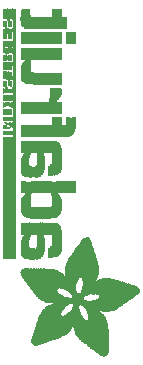
<source format=gbr>
G04 EAGLE Gerber RS-274X export*
G75*
%MOMM*%
%FSLAX34Y34*%
%LPD*%
%INSilkscreen Bottom*%
%IPPOS*%
%AMOC8*
5,1,8,0,0,1.08239X$1,22.5*%
G01*
%ADD10R,0.025400X10.363200*%
%ADD11R,0.025400X0.406400*%
%ADD12R,0.025400X0.381000*%
%ADD13R,0.025400X0.457200*%
%ADD14R,0.025400X0.431800*%
%ADD15R,0.025400X0.635000*%
%ADD16R,0.025400X0.482600*%
%ADD17R,0.025400X0.889000*%
%ADD18R,0.025400X0.863600*%
%ADD19R,0.025400X0.508000*%
%ADD20R,0.025400X0.355600*%
%ADD21R,0.025400X0.025400*%
%ADD22R,0.025400X0.330200*%
%ADD23R,0.025400X0.050800*%
%ADD24R,0.025400X0.304800*%
%ADD25R,0.025400X0.076200*%
%ADD26R,0.025400X1.016000*%
%ADD27R,0.025400X1.524000*%
%ADD28R,0.025400X0.101600*%
%ADD29R,0.025400X0.279400*%
%ADD30R,0.025400X1.498600*%
%ADD31R,0.025400X0.254000*%
%ADD32R,0.025400X0.127000*%
%ADD33R,0.025400X0.965200*%
%ADD34R,0.025400X1.447800*%
%ADD35R,0.025400X0.228600*%
%ADD36R,0.025400X0.152400*%
%ADD37R,0.025400X0.812800*%
%ADD38R,0.025400X1.295400*%
%ADD39R,0.025400X0.533400*%
%ADD40R,0.025400X0.660400*%
%ADD41R,0.025400X0.609600*%
%ADD42R,0.025400X0.558800*%
%ADD43R,0.025400X0.203200*%
%ADD44R,0.025400X0.177800*%
%ADD45R,0.025400X0.914400*%
%ADD46R,0.025400X0.685800*%
%ADD47R,0.025400X0.939800*%
%ADD48R,0.025400X0.736600*%
%ADD49R,0.025400X0.990600*%
%ADD50R,0.025400X1.219200*%
%ADD51R,0.025400X1.117600*%
%ADD52R,0.025400X1.397000*%
%ADD53R,0.025400X1.244600*%
%ADD54R,0.025400X1.473200*%
%ADD55R,0.025400X0.584200*%
%ADD56R,0.025400X1.041400*%
%ADD57R,0.025400X21.209000*%
%ADD58R,0.025400X0.787400*%
%ADD59R,0.025400X1.193800*%
%ADD60R,0.025400X1.168400*%
%ADD61R,0.025400X1.092200*%
%ADD62R,0.025400X1.066800*%
%ADD63R,0.025400X1.143000*%
%ADD64R,0.025400X1.270000*%
%ADD65R,0.025400X1.320800*%
%ADD66R,0.025400X1.422400*%
%ADD67R,0.025400X1.549400*%
%ADD68R,0.025400X0.711200*%
%ADD69R,0.025400X1.625600*%
%ADD70R,0.025400X0.762000*%
%ADD71R,0.025400X1.701800*%
%ADD72R,0.025400X1.600200*%
%ADD73R,0.025400X1.727200*%
%ADD74R,0.025400X1.651000*%
%ADD75R,0.025400X0.838200*%
%ADD76R,0.025400X1.803400*%
%ADD77R,0.025400X1.574800*%
%ADD78R,0.025400X1.854200*%
%ADD79R,0.025400X1.778000*%
%ADD80R,0.025400X1.879600*%
%ADD81R,0.025400X1.930400*%
%ADD82R,0.025400X1.981200*%
%ADD83R,0.025400X1.905000*%
%ADD84R,0.025400X2.006600*%
%ADD85R,0.025400X3.048000*%
%ADD86R,0.025400X2.997200*%
%ADD87R,0.025400X2.057400*%
%ADD88R,0.025400X3.022600*%
%ADD89R,0.025400X2.032000*%
%ADD90R,0.025400X3.073400*%
%ADD91R,0.025400X1.676400*%
%ADD92R,0.025400X1.346200*%
%ADD93R,0.025400X3.098800*%
%ADD94R,0.025400X1.828800*%
%ADD95R,0.025400X2.082800*%
%ADD96R,0.025400X2.108200*%
%ADD97R,0.025400X2.159000*%
%ADD98R,0.025400X2.184400*%
%ADD99R,0.025400X2.235200*%
%ADD100R,0.025400X2.260600*%
%ADD101R,0.025400X2.311400*%
%ADD102R,0.025400X2.362200*%
%ADD103R,0.025400X2.387600*%
%ADD104R,0.025400X2.413000*%
%ADD105R,0.025400X2.438400*%
%ADD106R,0.025400X2.133600*%
%ADD107R,0.025400X2.463800*%
%ADD108R,0.025400X2.286000*%
%ADD109R,0.025400X2.514600*%
%ADD110R,0.025400X2.540000*%
%ADD111R,0.025400X2.565400*%
%ADD112R,0.025400X2.489200*%
%ADD113R,0.025400X2.590800*%
%ADD114R,0.025400X2.971800*%
%ADD115R,0.025400X2.616200*%
%ADD116R,0.025400X2.946400*%
%ADD117R,0.025400X2.641600*%
%ADD118R,0.025400X2.667000*%
%ADD119R,0.025400X2.921000*%
%ADD120R,0.025400X2.895600*%
%ADD121R,0.025400X2.717800*%
%ADD122R,0.025400X2.692400*%
%ADD123R,0.025400X2.870200*%
%ADD124R,0.025400X2.768600*%
%ADD125R,0.025400X2.743200*%
%ADD126R,0.025400X2.844800*%
%ADD127R,0.025400X2.794000*%
%ADD128R,0.025400X2.819400*%
%ADD129R,0.025400X1.371600*%
%ADD130R,0.025400X5.892800*%
%ADD131R,0.025400X5.867400*%
%ADD132R,0.025400X5.842000*%
%ADD133R,0.025400X5.816600*%
%ADD134R,0.025400X5.791200*%
%ADD135R,0.025400X4.114800*%
%ADD136R,0.025400X3.987800*%
%ADD137R,0.025400X1.955800*%
%ADD138R,0.025400X3.962400*%
%ADD139R,0.025400X3.911600*%
%ADD140R,0.025400X3.886200*%
%ADD141R,0.025400X3.835400*%
%ADD142R,0.025400X1.752600*%
%ADD143R,0.025400X3.810000*%
%ADD144R,0.025400X3.784600*%
%ADD145R,0.025400X3.733800*%
%ADD146R,0.025400X3.708400*%
%ADD147R,0.025400X3.683000*%
%ADD148R,0.025400X2.336800*%
%ADD149R,0.025400X3.657600*%
%ADD150R,0.025400X3.632200*%
%ADD151R,0.025400X3.149600*%
%ADD152R,0.025400X3.251200*%
%ADD153R,0.025400X3.276600*%
%ADD154R,0.025400X3.352800*%
%ADD155R,0.025400X3.454400*%
%ADD156R,0.025400X3.530600*%
%ADD157R,0.025400X4.241800*%
%ADD158R,0.025400X4.267200*%
%ADD159R,0.025400X4.318000*%
%ADD160R,0.025400X4.419600*%
%ADD161R,0.025400X6.400800*%
%ADD162R,0.025400X6.502400*%
%ADD163R,0.025400X6.680200*%
%ADD164R,0.025400X6.832600*%
%ADD165R,0.025400X6.858000*%
%ADD166R,0.025400X7.010400*%
%ADD167R,0.025400X7.112000*%
%ADD168R,0.025400X7.162800*%
%ADD169R,0.025400X3.860800*%
%ADD170R,0.025400X3.302000*%
%ADD171R,0.025400X2.209800*%
%ADD172R,0.025400X3.124200*%
%ADD173R,0.025400X3.200400*%
%ADD174R,0.025400X5.029200*%
%ADD175R,0.025400X5.003800*%
%ADD176R,0.025400X4.978400*%
%ADD177R,0.025400X4.953000*%
%ADD178R,0.025400X4.927600*%
%ADD179R,0.025400X4.902200*%
%ADD180R,0.025400X4.876800*%
%ADD181R,0.025400X4.851400*%
%ADD182R,0.025400X4.826000*%
%ADD183R,0.025400X4.800600*%
%ADD184R,0.025400X4.775200*%
%ADD185R,0.025400X4.749800*%
%ADD186R,0.025400X4.724400*%
%ADD187R,0.025400X4.699000*%
%ADD188R,0.025400X3.937000*%
%ADD189R,0.025400X4.648200*%
%ADD190R,0.025400X4.597400*%
%ADD191R,0.025400X4.546600*%
%ADD192R,0.025400X4.470400*%
%ADD193R,0.025400X4.013200*%
%ADD194R,0.025400X4.394200*%
%ADD195R,0.025400X4.038600*%
%ADD196R,0.025400X4.064000*%
%ADD197R,0.025400X4.089400*%
%ADD198R,0.025400X4.140200*%
%ADD199R,0.025400X4.165600*%
%ADD200R,0.025400X4.191000*%
%ADD201R,0.025400X3.759200*%
%ADD202R,0.025400X4.216400*%
%ADD203R,0.025400X3.606800*%
%ADD204R,0.025400X4.292600*%
%ADD205R,0.025400X4.368800*%
%ADD206R,0.025400X4.445000*%
%ADD207R,0.025400X4.495800*%
%ADD208R,0.025400X4.572000*%
%ADD209R,0.025400X4.622800*%
%ADD210R,0.025400X4.673600*%
%ADD211R,0.025400X3.581400*%
%ADD212R,0.025400X3.556000*%
%ADD213R,0.025400X3.479800*%
%ADD214R,0.025400X3.403600*%
%ADD215R,0.025400X3.378200*%
%ADD216R,0.025400X3.225800*%


D10*
X16510Y246761D03*
D11*
X16510Y302133D03*
X16510Y307467D03*
D12*
X16510Y314198D03*
D11*
X16510Y319659D03*
D13*
X16510Y325755D03*
D12*
X16510Y331978D03*
D14*
X16510Y337820D03*
D13*
X16510Y343789D03*
D15*
X16510Y350774D03*
X16510Y358648D03*
D16*
X16510Y365760D03*
D14*
X16510Y371856D03*
X16510Y377698D03*
D17*
X16510Y386080D03*
D13*
X16510Y394335D03*
D17*
X16510Y402590D03*
D10*
X16764Y246761D03*
D11*
X16764Y302133D03*
D12*
X16764Y307340D03*
X16764Y314198D03*
D13*
X16764Y319913D03*
D14*
X16764Y325882D03*
D13*
X16764Y331851D03*
D14*
X16764Y337820D03*
D13*
X16764Y343789D03*
D15*
X16764Y350774D03*
X16764Y358648D03*
D16*
X16764Y365760D03*
D14*
X16764Y371856D03*
X16764Y377698D03*
D17*
X16764Y386080D03*
D16*
X16764Y394208D03*
D17*
X16764Y402590D03*
D10*
X17018Y246761D03*
D11*
X17018Y302133D03*
D12*
X17018Y307340D03*
X17018Y314198D03*
D16*
X17018Y320040D03*
D11*
X17018Y326009D03*
D16*
X17018Y331978D03*
D14*
X17018Y337820D03*
D16*
X17018Y343662D03*
D15*
X17018Y350774D03*
X17018Y358648D03*
D16*
X17018Y365760D03*
D14*
X17018Y371856D03*
X17018Y377698D03*
D18*
X17018Y385953D03*
D19*
X17018Y394335D03*
D17*
X17018Y402590D03*
D10*
X17272Y246761D03*
D11*
X17272Y302133D03*
D20*
X17272Y307213D03*
D12*
X17272Y314198D03*
D16*
X17272Y320040D03*
D11*
X17272Y326009D03*
D16*
X17272Y331978D03*
D12*
X17272Y337820D03*
D16*
X17272Y343662D03*
D15*
X17272Y350774D03*
X17272Y358648D03*
D16*
X17272Y365760D03*
D14*
X17272Y371856D03*
X17272Y377698D03*
D18*
X17272Y385953D03*
D19*
X17272Y394335D03*
D17*
X17272Y402590D03*
D10*
X17526Y246761D03*
D11*
X17526Y302133D03*
D20*
X17526Y307213D03*
D21*
X17526Y310642D03*
D12*
X17526Y314198D03*
D16*
X17526Y320040D03*
D11*
X17526Y326009D03*
D16*
X17526Y331978D03*
D12*
X17526Y337820D03*
D16*
X17526Y343662D03*
D15*
X17526Y350774D03*
X17526Y358648D03*
D16*
X17526Y365760D03*
D14*
X17526Y371856D03*
X17526Y377698D03*
D18*
X17526Y385953D03*
D19*
X17526Y394335D03*
D17*
X17526Y402590D03*
D10*
X17780Y246761D03*
D11*
X17780Y302133D03*
D22*
X17780Y307086D03*
D23*
X17780Y310515D03*
D12*
X17780Y314198D03*
D16*
X17780Y320040D03*
D11*
X17780Y326009D03*
D16*
X17780Y331978D03*
D12*
X17780Y337820D03*
D16*
X17780Y343662D03*
D15*
X17780Y350774D03*
X17780Y358648D03*
D13*
X17780Y365633D03*
D14*
X17780Y371856D03*
X17780Y377698D03*
D18*
X17780Y385953D03*
D19*
X17780Y394335D03*
D18*
X17780Y402717D03*
D10*
X18034Y246761D03*
D11*
X18034Y302133D03*
D22*
X18034Y307086D03*
D23*
X18034Y310515D03*
D12*
X18034Y314198D03*
D16*
X18034Y320040D03*
D11*
X18034Y326009D03*
D16*
X18034Y331978D03*
D12*
X18034Y337820D03*
D16*
X18034Y343662D03*
D15*
X18034Y350774D03*
X18034Y358648D03*
D13*
X18034Y365633D03*
D14*
X18034Y371856D03*
X18034Y377698D03*
D18*
X18034Y385953D03*
D19*
X18034Y394335D03*
D18*
X18034Y402717D03*
D10*
X18288Y246761D03*
D11*
X18288Y302133D03*
D24*
X18288Y306959D03*
D25*
X18288Y310388D03*
D12*
X18288Y314198D03*
D16*
X18288Y320040D03*
D11*
X18288Y326009D03*
D16*
X18288Y331978D03*
D26*
X18288Y340995D03*
D15*
X18288Y350774D03*
X18288Y358648D03*
D13*
X18288Y365633D03*
X18288Y371729D03*
D14*
X18288Y377698D03*
D27*
X18288Y389255D03*
D18*
X18288Y402717D03*
D10*
X18542Y246761D03*
D11*
X18542Y302133D03*
D24*
X18542Y306959D03*
D28*
X18542Y310261D03*
D12*
X18542Y314198D03*
D16*
X18542Y320040D03*
D12*
X18542Y326136D03*
D16*
X18542Y331978D03*
D26*
X18542Y340995D03*
D15*
X18542Y350774D03*
X18542Y358648D03*
D13*
X18542Y365633D03*
X18542Y371729D03*
D14*
X18542Y377698D03*
D27*
X18542Y389255D03*
D17*
X18542Y402590D03*
D10*
X18796Y246761D03*
D11*
X18796Y302133D03*
D29*
X18796Y306832D03*
D28*
X18796Y310261D03*
D12*
X18796Y314198D03*
D19*
X18796Y320167D03*
D12*
X18796Y326136D03*
D16*
X18796Y331978D03*
D26*
X18796Y340995D03*
D15*
X18796Y350774D03*
X18796Y358648D03*
D13*
X18796Y365633D03*
X18796Y371729D03*
D14*
X18796Y377698D03*
D30*
X18796Y389128D03*
D17*
X18796Y402590D03*
D10*
X19050Y246761D03*
D11*
X19050Y302133D03*
D29*
X19050Y306832D03*
D28*
X19050Y310261D03*
D12*
X19050Y314198D03*
D19*
X19050Y320167D03*
D12*
X19050Y326136D03*
D16*
X19050Y331978D03*
D26*
X19050Y340995D03*
D15*
X19050Y350774D03*
X19050Y358648D03*
D14*
X19050Y365506D03*
D16*
X19050Y371602D03*
D14*
X19050Y377698D03*
D30*
X19050Y389128D03*
D17*
X19050Y402590D03*
D10*
X19304Y246761D03*
D11*
X19304Y302133D03*
D31*
X19304Y306705D03*
D32*
X19304Y310134D03*
D12*
X19304Y314198D03*
D19*
X19304Y320167D03*
D12*
X19304Y326136D03*
D16*
X19304Y331978D03*
D33*
X19304Y340741D03*
D15*
X19304Y350774D03*
X19304Y358648D03*
D16*
X19304Y371602D03*
D14*
X19304Y377698D03*
D34*
X19304Y388874D03*
D17*
X19304Y402590D03*
D10*
X19558Y246761D03*
D11*
X19558Y302133D03*
D35*
X19558Y306578D03*
D36*
X19558Y310007D03*
D12*
X19558Y314198D03*
D19*
X19558Y320167D03*
D12*
X19558Y326136D03*
D16*
X19558Y331978D03*
D37*
X19558Y339979D03*
D15*
X19558Y350774D03*
X19558Y358648D03*
D19*
X19558Y371475D03*
D14*
X19558Y377698D03*
D38*
X19558Y388112D03*
D17*
X19558Y402590D03*
D10*
X19812Y246761D03*
D11*
X19812Y302133D03*
D35*
X19812Y306578D03*
D36*
X19812Y310007D03*
D12*
X19812Y314198D03*
D19*
X19812Y320167D03*
D12*
X19812Y326136D03*
D16*
X19812Y331978D03*
D39*
X19812Y338582D03*
D40*
X19812Y350647D03*
D15*
X19812Y358648D03*
D41*
X19812Y370967D03*
D14*
X19812Y377698D03*
D42*
X19812Y389001D03*
D17*
X19812Y402590D03*
D10*
X20066Y246761D03*
D11*
X20066Y302133D03*
D43*
X20066Y306451D03*
D44*
X20066Y309880D03*
D12*
X20066Y314198D03*
D19*
X20066Y320167D03*
D12*
X20066Y326136D03*
D16*
X20066Y331978D03*
D13*
X20066Y338201D03*
D40*
X20066Y350647D03*
D15*
X20066Y358648D03*
D42*
X20066Y371221D03*
D14*
X20066Y377698D03*
D16*
X20066Y388620D03*
D45*
X20066Y402463D03*
D10*
X20320Y246761D03*
D11*
X20320Y302133D03*
D43*
X20320Y306451D03*
D44*
X20320Y309880D03*
D12*
X20320Y314198D03*
D19*
X20320Y320167D03*
D12*
X20320Y326136D03*
D16*
X20320Y331978D03*
D13*
X20320Y338201D03*
D46*
X20320Y350520D03*
D15*
X20320Y358648D03*
D19*
X20320Y371475D03*
D14*
X20320Y377698D03*
D16*
X20320Y388620D03*
D47*
X20320Y402336D03*
D10*
X20574Y246761D03*
D11*
X20574Y302133D03*
D44*
X20574Y306324D03*
X20574Y309880D03*
D12*
X20574Y314198D03*
D19*
X20574Y320167D03*
D12*
X20574Y326136D03*
D16*
X20574Y331978D03*
D14*
X20574Y338074D03*
D48*
X20574Y350266D03*
D15*
X20574Y358648D03*
D11*
X20574Y365379D03*
D16*
X20574Y371602D03*
D14*
X20574Y377698D03*
D13*
X20574Y388493D03*
D49*
X20574Y402082D03*
D10*
X20828Y246761D03*
D11*
X20828Y302133D03*
D44*
X20828Y306324D03*
D43*
X20828Y309753D03*
D12*
X20828Y314198D03*
D19*
X20828Y320167D03*
D12*
X20828Y326136D03*
D16*
X20828Y331978D03*
D11*
X20828Y337947D03*
D33*
X20828Y349123D03*
D15*
X20828Y358648D03*
D13*
X20828Y365633D03*
X20828Y371729D03*
D14*
X20828Y377698D03*
D13*
X20828Y388493D03*
D50*
X20828Y400939D03*
D10*
X21082Y246761D03*
D11*
X21082Y302133D03*
D36*
X21082Y306197D03*
D35*
X21082Y309626D03*
D12*
X21082Y314198D03*
D19*
X21082Y320167D03*
D12*
X21082Y326136D03*
D16*
X21082Y331978D03*
D11*
X21082Y337947D03*
D51*
X21082Y348361D03*
D15*
X21082Y358648D03*
D13*
X21082Y365633D03*
X21082Y371729D03*
D14*
X21082Y377698D03*
D45*
X21082Y386207D03*
D52*
X21082Y400050D03*
D10*
X21336Y246761D03*
D11*
X21336Y302133D03*
D36*
X21336Y306197D03*
D35*
X21336Y309626D03*
D12*
X21336Y314198D03*
D19*
X21336Y320167D03*
D12*
X21336Y326136D03*
D16*
X21336Y331978D03*
D11*
X21336Y337947D03*
D53*
X21336Y347726D03*
D15*
X21336Y358648D03*
D16*
X21336Y365760D03*
D14*
X21336Y371856D03*
X21336Y377698D03*
D17*
X21336Y386080D03*
D54*
X21336Y399669D03*
D10*
X21590Y246761D03*
D11*
X21590Y302133D03*
D32*
X21590Y306070D03*
D31*
X21590Y309499D03*
D12*
X21590Y314198D03*
D16*
X21590Y320040D03*
D12*
X21590Y326136D03*
D16*
X21590Y331978D03*
D11*
X21590Y337947D03*
D53*
X21590Y347726D03*
D15*
X21590Y358648D03*
D16*
X21590Y365760D03*
D14*
X21590Y371856D03*
X21590Y377698D03*
D17*
X21590Y386080D03*
D30*
X21590Y399542D03*
D10*
X21844Y246761D03*
D11*
X21844Y302133D03*
D32*
X21844Y306070D03*
D31*
X21844Y309499D03*
D12*
X21844Y314198D03*
D16*
X21844Y320040D03*
D12*
X21844Y326136D03*
D16*
X21844Y331978D03*
D11*
X21844Y337947D03*
D53*
X21844Y347726D03*
D15*
X21844Y358648D03*
D16*
X21844Y365760D03*
D14*
X21844Y371856D03*
X21844Y377698D03*
D17*
X21844Y386080D03*
D30*
X21844Y399542D03*
D10*
X22098Y246761D03*
D11*
X22098Y302133D03*
D28*
X22098Y305943D03*
D29*
X22098Y309372D03*
D12*
X22098Y314198D03*
D16*
X22098Y320040D03*
D11*
X22098Y326009D03*
D16*
X22098Y331978D03*
D11*
X22098Y337947D03*
D53*
X22098Y347726D03*
D15*
X22098Y358648D03*
D16*
X22098Y365760D03*
D14*
X22098Y371856D03*
X22098Y377698D03*
D17*
X22098Y386080D03*
D30*
X22098Y399542D03*
D10*
X22352Y246761D03*
D11*
X22352Y302133D03*
D28*
X22352Y305943D03*
D29*
X22352Y309372D03*
D12*
X22352Y314198D03*
D16*
X22352Y320040D03*
D11*
X22352Y326009D03*
D16*
X22352Y331978D03*
D11*
X22352Y337947D03*
D53*
X22352Y347726D03*
D15*
X22352Y358648D03*
D16*
X22352Y365760D03*
D14*
X22352Y371856D03*
X22352Y377698D03*
D17*
X22352Y386080D03*
D30*
X22352Y399542D03*
D10*
X22606Y246761D03*
D11*
X22606Y302133D03*
D25*
X22606Y305816D03*
D24*
X22606Y309245D03*
D12*
X22606Y314198D03*
D16*
X22606Y320040D03*
D11*
X22606Y326009D03*
D16*
X22606Y331978D03*
D11*
X22606Y337947D03*
D13*
X22606Y343789D03*
D40*
X22606Y350647D03*
D15*
X22606Y358648D03*
D16*
X22606Y365760D03*
D14*
X22606Y371856D03*
X22606Y377698D03*
D17*
X22606Y386080D03*
D13*
X22606Y394335D03*
D17*
X22606Y402590D03*
D10*
X22860Y246761D03*
D11*
X22860Y302133D03*
D25*
X22860Y305816D03*
D24*
X22860Y309245D03*
D12*
X22860Y314198D03*
D16*
X22860Y320040D03*
D11*
X22860Y326009D03*
D16*
X22860Y331978D03*
D11*
X22860Y337947D03*
D14*
X22860Y343662D03*
D40*
X22860Y350647D03*
D15*
X22860Y358648D03*
D16*
X22860Y365760D03*
D14*
X22860Y371856D03*
X22860Y377698D03*
D17*
X22860Y386080D03*
D13*
X22860Y394335D03*
D17*
X22860Y402590D03*
D10*
X23114Y246761D03*
D11*
X23114Y302133D03*
D25*
X23114Y305816D03*
D22*
X23114Y309118D03*
D12*
X23114Y314198D03*
D16*
X23114Y320040D03*
D11*
X23114Y326009D03*
D16*
X23114Y331978D03*
D11*
X23114Y337947D03*
D14*
X23114Y343662D03*
D40*
X23114Y350647D03*
D15*
X23114Y358648D03*
D16*
X23114Y365760D03*
D14*
X23114Y371856D03*
X23114Y377698D03*
D17*
X23114Y386080D03*
D13*
X23114Y394335D03*
D17*
X23114Y402590D03*
D10*
X23368Y246761D03*
D11*
X23368Y302133D03*
D20*
X23368Y308991D03*
D12*
X23368Y314198D03*
D16*
X23368Y320040D03*
D11*
X23368Y326009D03*
D16*
X23368Y331978D03*
D11*
X23368Y337947D03*
D14*
X23368Y343662D03*
D40*
X23368Y350647D03*
D15*
X23368Y358648D03*
D16*
X23368Y365760D03*
D14*
X23368Y371856D03*
X23368Y377698D03*
D17*
X23368Y386080D03*
D13*
X23368Y394335D03*
D17*
X23368Y402590D03*
D10*
X23622Y246761D03*
D11*
X23622Y302133D03*
D20*
X23622Y308991D03*
D12*
X23622Y314198D03*
D13*
X23622Y319913D03*
D14*
X23622Y325882D03*
D16*
X23622Y331978D03*
D11*
X23622Y337947D03*
D14*
X23622Y343662D03*
D40*
X23622Y350647D03*
D15*
X23622Y358648D03*
D13*
X23622Y365633D03*
D14*
X23622Y371856D03*
X23622Y377698D03*
D17*
X23622Y386080D03*
D13*
X23622Y394335D03*
D17*
X23622Y402590D03*
D10*
X23876Y246761D03*
D11*
X23876Y302133D03*
D20*
X23876Y308991D03*
D12*
X23876Y314198D03*
D14*
X23876Y319786D03*
X23876Y325882D03*
D16*
X23876Y331978D03*
D11*
X23876Y337947D03*
D14*
X23876Y343662D03*
D40*
X23876Y350647D03*
D15*
X23876Y358648D03*
D13*
X23876Y365633D03*
D14*
X23876Y371856D03*
X23876Y377698D03*
D45*
X23876Y386207D03*
D13*
X23876Y394335D03*
D17*
X23876Y402590D03*
D10*
X24130Y246761D03*
D11*
X24130Y302133D03*
D12*
X24130Y308864D03*
X24130Y314198D03*
D13*
X24130Y325755D03*
D16*
X24130Y331978D03*
D11*
X24130Y337947D03*
D24*
X24130Y348869D03*
X24130Y360299D03*
D13*
X24130Y371729D03*
D14*
X24130Y377698D03*
D12*
X24130Y388874D03*
D45*
X24130Y402463D03*
D10*
X24384Y246761D03*
D11*
X24384Y302133D03*
X24384Y308737D03*
D12*
X24384Y314198D03*
D13*
X24384Y325755D03*
D16*
X24384Y331978D03*
D14*
X24384Y338074D03*
D24*
X24384Y348869D03*
X24384Y360299D03*
D16*
X24384Y371602D03*
D14*
X24384Y377698D03*
D12*
X24384Y388874D03*
D45*
X24384Y402463D03*
D10*
X24638Y246761D03*
D11*
X24638Y302133D03*
X24638Y308737D03*
D12*
X24638Y314198D03*
D16*
X24638Y325628D03*
X24638Y331978D03*
D14*
X24638Y338074D03*
D22*
X24638Y348742D03*
D24*
X24638Y360299D03*
D16*
X24638Y371602D03*
D14*
X24638Y377698D03*
D12*
X24638Y388874D03*
D47*
X24638Y402336D03*
D10*
X24892Y246761D03*
D11*
X24892Y302133D03*
D14*
X24892Y308610D03*
D12*
X24892Y314198D03*
D39*
X24892Y325374D03*
D16*
X24892Y331978D03*
D13*
X24892Y338201D03*
D20*
X24892Y348615D03*
D24*
X24892Y360299D03*
D19*
X24892Y371475D03*
D14*
X24892Y377698D03*
D11*
X24892Y389001D03*
D47*
X24892Y402336D03*
D10*
X25146Y246761D03*
D11*
X25146Y302133D03*
D14*
X25146Y308610D03*
D12*
X25146Y314198D03*
D55*
X25146Y325120D03*
D16*
X25146Y331978D03*
D19*
X25146Y338455D03*
D12*
X25146Y348488D03*
D24*
X25146Y360299D03*
D39*
X25146Y371348D03*
D14*
X25146Y377698D03*
D13*
X25146Y389255D03*
D49*
X25146Y402082D03*
D10*
X25400Y246761D03*
D11*
X25400Y302133D03*
D13*
X25400Y308483D03*
D12*
X25400Y314198D03*
D40*
X25400Y324739D03*
D16*
X25400Y331978D03*
D42*
X25400Y338709D03*
D14*
X25400Y348234D03*
D24*
X25400Y360299D03*
D55*
X25400Y371094D03*
D14*
X25400Y377698D03*
D19*
X25400Y389509D03*
D56*
X25400Y401828D03*
D57*
X25654Y300990D03*
X25908Y300990D03*
X26162Y300990D03*
X26416Y300990D03*
X26670Y300990D03*
X26924Y300990D03*
D25*
X31496Y183134D03*
D24*
X31496Y398145D03*
X31750Y183261D03*
D17*
X31750Y204978D03*
D33*
X31750Y221107D03*
D48*
X31750Y240538D03*
D47*
X31750Y256032D03*
D17*
X31750Y274320D03*
D33*
X31750Y290195D03*
X31750Y303403D03*
X31750Y323215D03*
D58*
X31750Y353314D03*
D33*
X31750Y369189D03*
X31750Y382143D03*
D37*
X31750Y398653D03*
D11*
X32004Y183261D03*
D59*
X32004Y204978D03*
D33*
X32004Y221107D03*
D56*
X32004Y240284D03*
D47*
X32004Y256032D03*
D60*
X32004Y274193D03*
D33*
X32004Y290195D03*
X32004Y303403D03*
X32004Y323215D03*
D61*
X32004Y353314D03*
D33*
X32004Y369189D03*
X32004Y382143D03*
D62*
X32004Y399161D03*
D13*
X32258Y183261D03*
D53*
X32258Y204978D03*
D33*
X32258Y221107D03*
D63*
X32258Y240284D03*
D47*
X32258Y256032D03*
D53*
X32258Y274320D03*
D33*
X32258Y290195D03*
X32258Y303403D03*
X32258Y323215D03*
D60*
X32258Y353187D03*
D33*
X32258Y369189D03*
X32258Y382143D03*
D60*
X32258Y399161D03*
D39*
X32512Y183134D03*
D52*
X32512Y204978D03*
D33*
X32512Y221107D03*
D64*
X32512Y240157D03*
D47*
X32512Y256032D03*
D52*
X32512Y274320D03*
D33*
X32512Y290195D03*
X32512Y303403D03*
X32512Y323215D03*
D65*
X32512Y353187D03*
D33*
X32512Y369189D03*
X32512Y382143D03*
D65*
X32512Y399415D03*
D41*
X32766Y183261D03*
D30*
X32766Y204978D03*
D33*
X32766Y221107D03*
D52*
X32766Y240030D03*
D47*
X32766Y256032D03*
D30*
X32766Y274320D03*
D33*
X32766Y290195D03*
X32766Y303403D03*
X32766Y323215D03*
D66*
X32766Y353187D03*
D33*
X32766Y369189D03*
X32766Y382143D03*
D54*
X32766Y399669D03*
D40*
X33020Y183007D03*
D27*
X33020Y205105D03*
D33*
X33020Y221107D03*
D66*
X33020Y240157D03*
D47*
X33020Y256032D03*
D67*
X33020Y274320D03*
D33*
X33020Y290195D03*
X33020Y303403D03*
X33020Y323215D03*
D54*
X33020Y353187D03*
D33*
X33020Y369189D03*
X33020Y382143D03*
D54*
X33020Y399669D03*
D68*
X33274Y183007D03*
D69*
X33274Y205105D03*
D33*
X33274Y221107D03*
D27*
X33274Y240157D03*
D47*
X33274Y256032D03*
D69*
X33274Y274447D03*
D33*
X33274Y290195D03*
X33274Y303403D03*
X33274Y323215D03*
D67*
X33274Y353314D03*
D33*
X33274Y369189D03*
X33274Y382143D03*
D27*
X33274Y399415D03*
D70*
X33528Y182753D03*
D71*
X33528Y205232D03*
D33*
X33528Y221107D03*
D72*
X33528Y240284D03*
D47*
X33528Y256032D03*
D71*
X33528Y274574D03*
D33*
X33528Y290195D03*
X33528Y303403D03*
X33528Y323215D03*
D72*
X33528Y353314D03*
D33*
X33528Y369189D03*
X33528Y382143D03*
D67*
X33528Y399288D03*
D37*
X33782Y182753D03*
D73*
X33782Y205359D03*
D33*
X33782Y221107D03*
D74*
X33782Y240284D03*
D47*
X33782Y256032D03*
D73*
X33782Y274447D03*
D33*
X33782Y290195D03*
X33782Y303403D03*
X33782Y323215D03*
D74*
X33782Y353314D03*
D33*
X33782Y369189D03*
X33782Y382143D03*
D67*
X33782Y399288D03*
D75*
X34036Y182626D03*
D76*
X34036Y205232D03*
D33*
X34036Y221107D03*
D71*
X34036Y240284D03*
D47*
X34036Y256032D03*
D76*
X34036Y274574D03*
D33*
X34036Y290195D03*
X34036Y303403D03*
X34036Y323215D03*
D71*
X34036Y353314D03*
D33*
X34036Y369189D03*
X34036Y382143D03*
D77*
X34036Y399161D03*
D45*
X34290Y182499D03*
D78*
X34290Y205486D03*
D33*
X34290Y221107D03*
D79*
X34290Y240411D03*
D47*
X34290Y256032D03*
D78*
X34290Y274828D03*
D33*
X34290Y290195D03*
X34290Y303403D03*
X34290Y323215D03*
D79*
X34290Y353441D03*
D33*
X34290Y369189D03*
X34290Y382143D03*
D72*
X34290Y399034D03*
D45*
X34544Y182499D03*
D80*
X34544Y205613D03*
D33*
X34544Y221107D03*
D79*
X34544Y240411D03*
D47*
X34544Y256032D03*
D80*
X34544Y274955D03*
D33*
X34544Y290195D03*
X34544Y303403D03*
X34544Y323215D03*
D76*
X34544Y353568D03*
D33*
X34544Y369189D03*
X34544Y382143D03*
D72*
X34544Y399034D03*
D33*
X34798Y182245D03*
D81*
X34798Y205613D03*
D33*
X34798Y221107D03*
D78*
X34798Y240538D03*
D47*
X34798Y256032D03*
D81*
X34798Y274955D03*
D33*
X34798Y290195D03*
X34798Y303403D03*
X34798Y323215D03*
D78*
X34798Y353568D03*
D33*
X34798Y369189D03*
X34798Y382143D03*
D69*
X34798Y398907D03*
D26*
X35052Y181991D03*
D82*
X35052Y205867D03*
D33*
X35052Y221107D03*
D83*
X35052Y240538D03*
D47*
X35052Y256032D03*
D84*
X35052Y275082D03*
D33*
X35052Y290195D03*
X35052Y303403D03*
X35052Y323215D03*
D83*
X35052Y353822D03*
D33*
X35052Y369189D03*
X35052Y382143D03*
D69*
X35052Y398907D03*
D56*
X35306Y181864D03*
D84*
X35306Y205740D03*
D33*
X35306Y221107D03*
D82*
X35306Y240665D03*
D47*
X35306Y256032D03*
D84*
X35306Y275082D03*
D33*
X35306Y290195D03*
X35306Y303403D03*
X35306Y323215D03*
D81*
X35306Y353695D03*
D33*
X35306Y369189D03*
X35306Y382143D03*
D69*
X35306Y398907D03*
D61*
X35560Y181610D03*
D85*
X35560Y210693D03*
D84*
X35560Y240792D03*
D47*
X35560Y256032D03*
D86*
X35560Y280035D03*
D33*
X35560Y303403D03*
X35560Y323215D03*
D82*
X35560Y353949D03*
D33*
X35560Y369189D03*
X35560Y382143D03*
D69*
X35560Y398907D03*
D51*
X35814Y181483D03*
D85*
X35814Y210693D03*
D87*
X35814Y240792D03*
D47*
X35814Y256032D03*
D88*
X35814Y279908D03*
D33*
X35814Y303403D03*
X35814Y323215D03*
D89*
X35814Y353949D03*
D33*
X35814Y369189D03*
X35814Y382143D03*
D74*
X35814Y398780D03*
D63*
X36068Y181356D03*
D85*
X36068Y210693D03*
D88*
X36068Y245618D03*
X36068Y279908D03*
D33*
X36068Y303403D03*
X36068Y323215D03*
D88*
X36068Y358902D03*
D33*
X36068Y382143D03*
D74*
X36068Y398780D03*
D59*
X36322Y181102D03*
D85*
X36322Y210693D03*
D88*
X36322Y245618D03*
X36322Y279908D03*
D33*
X36322Y303403D03*
X36322Y323215D03*
D88*
X36322Y358902D03*
D33*
X36322Y382143D03*
D74*
X36322Y398780D03*
D59*
X36576Y181102D03*
D85*
X36576Y210693D03*
D88*
X36576Y245618D03*
X36576Y279908D03*
D33*
X36576Y303403D03*
X36576Y323215D03*
D88*
X36576Y358902D03*
D33*
X36576Y382143D03*
D74*
X36576Y398780D03*
D53*
X36830Y180848D03*
D90*
X36830Y210566D03*
D85*
X36830Y245491D03*
X36830Y279781D03*
D33*
X36830Y303403D03*
X36830Y323215D03*
D85*
X36830Y358775D03*
D33*
X36830Y382143D03*
D74*
X36830Y398780D03*
D38*
X37084Y180594D03*
D90*
X37084Y210566D03*
X37084Y245364D03*
D85*
X37084Y279781D03*
D33*
X37084Y303403D03*
X37084Y323215D03*
D85*
X37084Y358775D03*
D33*
X37084Y382143D03*
D91*
X37084Y398653D03*
D65*
X37338Y180467D03*
D90*
X37338Y210566D03*
X37338Y245364D03*
D85*
X37338Y279781D03*
D33*
X37338Y303403D03*
X37338Y323215D03*
D85*
X37338Y358775D03*
D33*
X37338Y382143D03*
D91*
X37338Y398653D03*
D92*
X37592Y180340D03*
D90*
X37592Y210566D03*
X37592Y245364D03*
D85*
X37592Y279781D03*
D33*
X37592Y303403D03*
X37592Y323215D03*
D85*
X37592Y358775D03*
D33*
X37592Y382143D03*
D91*
X37592Y398653D03*
D52*
X37846Y180086D03*
D90*
X37846Y210566D03*
X37846Y245364D03*
X37846Y279654D03*
D33*
X37846Y303403D03*
X37846Y323215D03*
D85*
X37846Y358775D03*
D33*
X37846Y382143D03*
D91*
X37846Y398653D03*
D66*
X38100Y179959D03*
D90*
X38100Y210566D03*
X38100Y245364D03*
X38100Y279654D03*
D33*
X38100Y303403D03*
X38100Y323215D03*
D85*
X38100Y358775D03*
D33*
X38100Y382143D03*
D91*
X38100Y398653D03*
D34*
X38354Y179832D03*
D90*
X38354Y210566D03*
D93*
X38354Y245237D03*
D90*
X38354Y279654D03*
D33*
X38354Y303403D03*
X38354Y323215D03*
D85*
X38354Y358775D03*
D33*
X38354Y382143D03*
D91*
X38354Y398653D03*
D30*
X38608Y179578D03*
D62*
X38608Y200533D03*
D34*
X38608Y218694D03*
D93*
X38608Y245237D03*
D62*
X38608Y269621D03*
D66*
X38608Y287909D03*
D33*
X38608Y303403D03*
X38608Y323215D03*
D85*
X38608Y358775D03*
D33*
X38608Y382143D03*
D91*
X38608Y398653D03*
D27*
X38862Y179451D03*
D26*
X38862Y200279D03*
D92*
X38862Y219202D03*
D93*
X38862Y245237D03*
D56*
X38862Y269494D03*
D92*
X38862Y288290D03*
D33*
X38862Y303403D03*
X38862Y323215D03*
D85*
X38862Y358775D03*
D33*
X38862Y382143D03*
D91*
X38862Y398653D03*
D67*
X39116Y179324D03*
D49*
X39116Y199898D03*
D53*
X39116Y219710D03*
D93*
X39116Y245237D03*
D49*
X39116Y269240D03*
D50*
X39116Y288925D03*
D33*
X39116Y303403D03*
X39116Y323215D03*
D90*
X39116Y358648D03*
D33*
X39116Y382143D03*
D91*
X39116Y398653D03*
D72*
X39370Y179070D03*
D33*
X39370Y199771D03*
D60*
X39370Y220091D03*
D93*
X39370Y245237D03*
D33*
X39370Y269113D03*
D63*
X39370Y289306D03*
D33*
X39370Y303403D03*
X39370Y323215D03*
D90*
X39370Y358648D03*
D33*
X39370Y382143D03*
D51*
X39370Y395859D03*
D69*
X39624Y178943D03*
D33*
X39624Y199771D03*
D63*
X39624Y220218D03*
X39624Y235458D03*
D65*
X39624Y254127D03*
D33*
X39624Y269113D03*
D51*
X39624Y289433D03*
D33*
X39624Y303403D03*
X39624Y323215D03*
D63*
X39624Y348996D03*
D65*
X39624Y367411D03*
D33*
X39624Y382143D03*
D56*
X39624Y395478D03*
D74*
X39878Y178816D03*
D47*
X39878Y199644D03*
D62*
X39878Y220599D03*
D56*
X39878Y234950D03*
D59*
X39878Y254762D03*
D47*
X39878Y268986D03*
D56*
X39878Y289814D03*
D33*
X39878Y303403D03*
X39878Y323215D03*
D62*
X39878Y348615D03*
D50*
X39878Y367919D03*
D33*
X39878Y382143D03*
D26*
X39878Y395351D03*
D71*
X40132Y178562D03*
D47*
X40132Y199644D03*
D26*
X40132Y220853D03*
X40132Y234823D03*
D61*
X40132Y255270D03*
D47*
X40132Y268986D03*
D49*
X40132Y290068D03*
D33*
X40132Y303403D03*
X40132Y323215D03*
D56*
X40132Y348488D03*
D51*
X40132Y368427D03*
D33*
X40132Y382143D03*
D49*
X40132Y395224D03*
D73*
X40386Y178435D03*
D47*
X40386Y199644D03*
D33*
X40386Y221107D03*
D26*
X40386Y234569D03*
D62*
X40386Y255397D03*
D47*
X40386Y268986D03*
D33*
X40386Y290195D03*
X40386Y303403D03*
X40386Y323215D03*
D26*
X40386Y348361D03*
D62*
X40386Y368681D03*
D33*
X40386Y382143D03*
D49*
X40386Y395224D03*
D44*
X40640Y125730D03*
D79*
X40640Y178181D03*
D47*
X40640Y199644D03*
D33*
X40640Y221107D03*
D26*
X40640Y234569D03*
D49*
X40640Y255778D03*
D45*
X40640Y268859D03*
D33*
X40640Y290195D03*
X40640Y303403D03*
X40640Y323215D03*
D26*
X40640Y348361D03*
D49*
X40640Y369062D03*
D33*
X40640Y382143D03*
D49*
X40640Y395224D03*
D12*
X40894Y125984D03*
D76*
X40894Y178054D03*
D47*
X40894Y199644D03*
D33*
X40894Y221107D03*
D49*
X40894Y234442D03*
D47*
X40894Y256032D03*
D45*
X40894Y268859D03*
D33*
X40894Y290195D03*
X40894Y303403D03*
X40894Y323215D03*
D49*
X40894Y348234D03*
D33*
X40894Y369189D03*
X40894Y382143D03*
X40894Y395097D03*
D13*
X41148Y125857D03*
D94*
X41148Y177927D03*
D47*
X41148Y199644D03*
D33*
X41148Y221107D03*
D49*
X41148Y234442D03*
D47*
X41148Y256032D03*
D45*
X41148Y268859D03*
D33*
X41148Y290195D03*
X41148Y303403D03*
X41148Y323215D03*
D49*
X41148Y348234D03*
D33*
X41148Y369189D03*
X41148Y382143D03*
X41148Y395097D03*
D55*
X41402Y126238D03*
D80*
X41402Y177673D03*
D47*
X41402Y199644D03*
D33*
X41402Y221107D03*
D49*
X41402Y234442D03*
D47*
X41402Y256032D03*
D45*
X41402Y268859D03*
D33*
X41402Y290195D03*
X41402Y303403D03*
X41402Y323215D03*
D49*
X41402Y348234D03*
D33*
X41402Y369189D03*
X41402Y382143D03*
X41402Y395097D03*
D68*
X41656Y126619D03*
D81*
X41656Y177419D03*
D47*
X41656Y199644D03*
D33*
X41656Y221107D03*
X41656Y234315D03*
D47*
X41656Y256032D03*
D45*
X41656Y268859D03*
D33*
X41656Y290195D03*
X41656Y303403D03*
X41656Y323215D03*
D49*
X41656Y348234D03*
D33*
X41656Y369189D03*
X41656Y382143D03*
X41656Y395097D03*
D58*
X41910Y126746D03*
D81*
X41910Y177419D03*
D47*
X41910Y199644D03*
D33*
X41910Y221107D03*
X41910Y234315D03*
D47*
X41910Y256032D03*
D45*
X41910Y268859D03*
D33*
X41910Y290195D03*
X41910Y303403D03*
X41910Y323215D03*
D49*
X41910Y348234D03*
D33*
X41910Y369189D03*
X41910Y382143D03*
X41910Y395097D03*
D45*
X42164Y127127D03*
D82*
X42164Y177165D03*
D47*
X42164Y199644D03*
D33*
X42164Y221107D03*
X42164Y234061D03*
D47*
X42164Y256032D03*
D45*
X42164Y268859D03*
D33*
X42164Y290195D03*
X42164Y303403D03*
X42164Y323215D03*
X42164Y348107D03*
X42164Y369189D03*
X42164Y382143D03*
X42164Y395097D03*
D49*
X42418Y127508D03*
D84*
X42418Y177038D03*
D47*
X42418Y199644D03*
D33*
X42418Y221107D03*
X42418Y234061D03*
D47*
X42418Y256032D03*
D45*
X42418Y268859D03*
D33*
X42418Y290195D03*
X42418Y303403D03*
X42418Y323215D03*
X42418Y348107D03*
X42418Y369189D03*
X42418Y382143D03*
X42418Y395097D03*
D62*
X42672Y127635D03*
D89*
X42672Y176911D03*
D47*
X42672Y199644D03*
D33*
X42672Y221107D03*
X42672Y234061D03*
D47*
X42672Y256032D03*
D45*
X42672Y268859D03*
D33*
X42672Y290195D03*
X42672Y303403D03*
X42672Y323215D03*
X42672Y348107D03*
X42672Y369189D03*
X42672Y382143D03*
X42672Y395097D03*
D60*
X42926Y128143D03*
D95*
X42926Y176657D03*
D47*
X42926Y199644D03*
D33*
X42926Y221107D03*
X42926Y234061D03*
D47*
X42926Y256032D03*
D45*
X42926Y268859D03*
D33*
X42926Y290195D03*
X42926Y303403D03*
X42926Y323215D03*
X42926Y348107D03*
X42926Y369189D03*
X42926Y382143D03*
X42926Y395097D03*
D64*
X43180Y128397D03*
D96*
X43180Y176530D03*
D45*
X43180Y199771D03*
D33*
X43180Y221107D03*
X43180Y234061D03*
D47*
X43180Y256032D03*
D45*
X43180Y268859D03*
D33*
X43180Y290195D03*
X43180Y303403D03*
X43180Y323215D03*
X43180Y348107D03*
X43180Y369189D03*
X43180Y382143D03*
X43180Y395097D03*
D65*
X43434Y128651D03*
D97*
X43434Y176276D03*
D45*
X43434Y199771D03*
D33*
X43434Y221107D03*
X43434Y234061D03*
D47*
X43434Y256032D03*
D45*
X43434Y268859D03*
D33*
X43434Y290195D03*
X43434Y303403D03*
X43434Y323215D03*
X43434Y348107D03*
X43434Y369189D03*
X43434Y382143D03*
X43434Y395097D03*
D66*
X43688Y129159D03*
D98*
X43688Y176149D03*
D45*
X43688Y199771D03*
D33*
X43688Y221107D03*
X43688Y234061D03*
D47*
X43688Y256032D03*
X43688Y268986D03*
D33*
X43688Y290195D03*
X43688Y303403D03*
X43688Y323215D03*
X43688Y348107D03*
X43688Y369189D03*
X43688Y382143D03*
X43688Y395097D03*
D30*
X43942Y129540D03*
D99*
X43942Y175895D03*
D45*
X43942Y199771D03*
D33*
X43942Y221107D03*
X43942Y234061D03*
D47*
X43942Y256032D03*
X43942Y268986D03*
D33*
X43942Y290195D03*
X43942Y303403D03*
X43942Y323215D03*
X43942Y348107D03*
X43942Y369189D03*
X43942Y382143D03*
X43942Y395097D03*
D67*
X44196Y129794D03*
D99*
X44196Y175895D03*
D45*
X44196Y199771D03*
D33*
X44196Y221107D03*
X44196Y234061D03*
D47*
X44196Y256032D03*
X44196Y268986D03*
D33*
X44196Y290195D03*
X44196Y303403D03*
X44196Y323215D03*
X44196Y348107D03*
X44196Y369189D03*
X44196Y382143D03*
X44196Y395097D03*
D74*
X44450Y130302D03*
D100*
X44450Y175768D03*
D47*
X44450Y199898D03*
D33*
X44450Y221107D03*
X44450Y234061D03*
D47*
X44450Y256032D03*
D33*
X44450Y269113D03*
X44450Y290195D03*
X44450Y303403D03*
X44450Y323215D03*
X44450Y348107D03*
X44450Y369189D03*
X44450Y382143D03*
X44450Y395097D03*
D73*
X44704Y130683D03*
D101*
X44704Y175514D03*
D47*
X44704Y199898D03*
D33*
X44704Y221107D03*
X44704Y234061D03*
D47*
X44704Y256032D03*
D33*
X44704Y269113D03*
X44704Y290195D03*
X44704Y303403D03*
X44704Y323215D03*
X44704Y348107D03*
X44704Y369189D03*
X44704Y382143D03*
X44704Y395097D03*
D79*
X44958Y130937D03*
D101*
X44958Y175514D03*
D33*
X44958Y200025D03*
X44958Y221107D03*
X44958Y234061D03*
D47*
X44958Y256032D03*
D33*
X44958Y269367D03*
X44958Y290195D03*
X44958Y303403D03*
X44958Y323215D03*
X44958Y348107D03*
X44958Y369189D03*
X44958Y382143D03*
X44958Y395097D03*
D80*
X45212Y131445D03*
D102*
X45212Y175260D03*
D49*
X45212Y200152D03*
D33*
X45212Y221107D03*
X45212Y234061D03*
D47*
X45212Y256032D03*
D49*
X45212Y269494D03*
D33*
X45212Y290195D03*
X45212Y303403D03*
X45212Y323215D03*
X45212Y348107D03*
X45212Y369189D03*
X45212Y382143D03*
X45212Y395097D03*
D81*
X45466Y131953D03*
D103*
X45466Y175133D03*
D62*
X45466Y200533D03*
D33*
X45466Y221107D03*
X45466Y234061D03*
D47*
X45466Y256032D03*
D56*
X45466Y269748D03*
D33*
X45466Y290195D03*
X45466Y303403D03*
X45466Y323215D03*
X45466Y348107D03*
X45466Y369189D03*
X45466Y382143D03*
X45466Y395097D03*
D82*
X45720Y132207D03*
D104*
X45720Y175006D03*
D51*
X45720Y200787D03*
D33*
X45720Y221107D03*
X45720Y234061D03*
D47*
X45720Y256032D03*
D51*
X45720Y270129D03*
D33*
X45720Y290195D03*
X45720Y303403D03*
X45720Y323215D03*
X45720Y348107D03*
X45720Y369189D03*
X45720Y382143D03*
X45720Y395097D03*
D95*
X45974Y132715D03*
D105*
X45974Y174879D03*
D85*
X45974Y210693D03*
D33*
X45974Y234061D03*
D47*
X45974Y256032D03*
D88*
X45974Y279908D03*
D33*
X45974Y303403D03*
X45974Y323215D03*
X45974Y348107D03*
X45974Y369189D03*
X45974Y382143D03*
X45974Y395097D03*
D106*
X46228Y133223D03*
D107*
X46228Y174752D03*
D85*
X46228Y210693D03*
D33*
X46228Y234061D03*
D47*
X46228Y256032D03*
D88*
X46228Y279908D03*
D33*
X46228Y303403D03*
X46228Y323215D03*
X46228Y348107D03*
X46228Y369189D03*
X46228Y382143D03*
X46228Y395097D03*
D98*
X46482Y133477D03*
D107*
X46482Y174752D03*
D85*
X46482Y210693D03*
D33*
X46482Y234061D03*
D47*
X46482Y256032D03*
D88*
X46482Y279908D03*
D33*
X46482Y303403D03*
X46482Y323215D03*
X46482Y348107D03*
X46482Y369189D03*
X46482Y382143D03*
X46482Y395097D03*
D108*
X46736Y133985D03*
D109*
X46736Y174498D03*
D85*
X46736Y210693D03*
D33*
X46736Y234061D03*
D47*
X46736Y256032D03*
D88*
X46736Y279908D03*
D33*
X46736Y303403D03*
X46736Y323215D03*
X46736Y348107D03*
X46736Y369189D03*
X46736Y382143D03*
X46736Y395097D03*
D102*
X46990Y134366D03*
D110*
X46990Y174371D03*
D88*
X46990Y210820D03*
D33*
X46990Y234061D03*
D47*
X46990Y256032D03*
D86*
X46990Y280035D03*
D33*
X46990Y303403D03*
X46990Y323215D03*
X46990Y348107D03*
X46990Y369189D03*
X46990Y382143D03*
X46990Y395097D03*
D103*
X47244Y134747D03*
D110*
X47244Y174371D03*
D88*
X47244Y210820D03*
D33*
X47244Y234061D03*
D47*
X47244Y256032D03*
D86*
X47244Y280035D03*
D33*
X47244Y303403D03*
X47244Y323215D03*
X47244Y348107D03*
X47244Y369189D03*
X47244Y382143D03*
X47244Y395097D03*
D105*
X47498Y135001D03*
D111*
X47498Y174244D03*
D86*
X47498Y210947D03*
D33*
X47498Y234061D03*
D47*
X47498Y256032D03*
D86*
X47498Y280035D03*
D33*
X47498Y303403D03*
X47498Y323215D03*
X47498Y348107D03*
X47498Y369189D03*
X47498Y382143D03*
X47498Y395097D03*
D112*
X47752Y135255D03*
D113*
X47752Y174117D03*
D86*
X47752Y210947D03*
D33*
X47752Y234061D03*
D47*
X47752Y256032D03*
D114*
X47752Y280162D03*
D33*
X47752Y303403D03*
X47752Y323215D03*
X47752Y348107D03*
X47752Y369189D03*
X47752Y382143D03*
X47752Y395097D03*
D110*
X48006Y135509D03*
D115*
X48006Y173990D03*
D86*
X48006Y210947D03*
D33*
X48006Y234061D03*
D47*
X48006Y256032D03*
D114*
X48006Y280162D03*
D33*
X48006Y303403D03*
X48006Y323215D03*
X48006Y348107D03*
X48006Y369189D03*
X48006Y382143D03*
X48006Y395097D03*
D111*
X48260Y135890D03*
D115*
X48260Y173990D03*
D114*
X48260Y211074D03*
D33*
X48260Y234061D03*
D47*
X48260Y256032D03*
D116*
X48260Y280289D03*
D33*
X48260Y303403D03*
X48260Y323215D03*
X48260Y348107D03*
X48260Y369189D03*
X48260Y382143D03*
X48260Y395097D03*
D115*
X48514Y136398D03*
D117*
X48514Y173863D03*
D114*
X48514Y211074D03*
D33*
X48514Y234061D03*
D47*
X48514Y256032D03*
D116*
X48514Y280289D03*
D33*
X48514Y303403D03*
X48514Y323215D03*
X48514Y348107D03*
X48514Y369189D03*
X48514Y382143D03*
X48514Y395097D03*
D115*
X48768Y136398D03*
D118*
X48768Y173736D03*
D116*
X48768Y211201D03*
D33*
X48768Y234061D03*
D47*
X48768Y256032D03*
D119*
X48768Y280416D03*
D33*
X48768Y303403D03*
X48768Y323215D03*
X48768Y348107D03*
X48768Y369189D03*
X48768Y382143D03*
X48768Y395097D03*
D118*
X49022Y136652D03*
X49022Y173736D03*
D119*
X49022Y211328D03*
D33*
X49022Y234061D03*
D47*
X49022Y256032D03*
D120*
X49022Y280543D03*
D33*
X49022Y303403D03*
X49022Y323215D03*
X49022Y348107D03*
X49022Y369189D03*
X49022Y382143D03*
X49022Y395097D03*
D121*
X49276Y136906D03*
D122*
X49276Y173609D03*
D120*
X49276Y211455D03*
D33*
X49276Y234061D03*
D47*
X49276Y256032D03*
D123*
X49276Y280670D03*
D33*
X49276Y303403D03*
X49276Y323215D03*
X49276Y348107D03*
X49276Y369189D03*
X49276Y382143D03*
X49276Y395097D03*
D121*
X49530Y137160D03*
D122*
X49530Y173609D03*
D120*
X49530Y211455D03*
D33*
X49530Y234061D03*
D47*
X49530Y256032D03*
D123*
X49530Y280670D03*
D33*
X49530Y303403D03*
X49530Y323215D03*
X49530Y348107D03*
X49530Y369189D03*
X49530Y382143D03*
X49530Y395097D03*
D124*
X49784Y137414D03*
D125*
X49784Y173355D03*
D126*
X49784Y211709D03*
D33*
X49784Y234061D03*
D47*
X49784Y256032D03*
D126*
X49784Y280797D03*
D33*
X49784Y303403D03*
X49784Y323215D03*
X49784Y348107D03*
X49784Y369189D03*
X49784Y382143D03*
X49784Y395097D03*
D127*
X50038Y137541D03*
D125*
X50038Y173355D03*
D128*
X50038Y211836D03*
D33*
X50038Y234061D03*
D47*
X50038Y256032D03*
D127*
X50038Y281051D03*
D33*
X50038Y303403D03*
X50038Y323215D03*
X50038Y348107D03*
X50038Y369189D03*
X50038Y382143D03*
X50038Y395097D03*
D128*
X50292Y137668D03*
D125*
X50292Y173355D03*
D127*
X50292Y211963D03*
D33*
X50292Y234061D03*
D47*
X50292Y256032D03*
D124*
X50292Y281178D03*
D33*
X50292Y303403D03*
X50292Y323215D03*
X50292Y348107D03*
X50292Y369189D03*
X50292Y382143D03*
X50292Y395097D03*
D128*
X50546Y137922D03*
D124*
X50546Y173228D03*
D125*
X50546Y212217D03*
D33*
X50546Y234061D03*
D47*
X50546Y256032D03*
D121*
X50546Y281432D03*
D33*
X50546Y303403D03*
X50546Y323215D03*
X50546Y348107D03*
X50546Y369189D03*
X50546Y382143D03*
X50546Y395097D03*
D126*
X50800Y138049D03*
D124*
X50800Y173228D03*
D122*
X50800Y212471D03*
D33*
X50800Y234061D03*
D47*
X50800Y256032D03*
D122*
X50800Y281559D03*
D33*
X50800Y303403D03*
X50800Y323215D03*
X50800Y348107D03*
X50800Y369189D03*
X50800Y382143D03*
X50800Y395097D03*
D123*
X51054Y138430D03*
D127*
X51054Y173101D03*
D27*
X51054Y207391D03*
D33*
X51054Y221107D03*
X51054Y234061D03*
D47*
X51054Y256032D03*
D67*
X51054Y276606D03*
D33*
X51054Y290195D03*
X51054Y303403D03*
X51054Y323215D03*
X51054Y348107D03*
X51054Y369189D03*
X51054Y382143D03*
X51054Y395097D03*
D120*
X51308Y138557D03*
D128*
X51308Y172974D03*
D50*
X51308Y206883D03*
D33*
X51308Y221107D03*
X51308Y234061D03*
D47*
X51308Y256032D03*
D50*
X51308Y276225D03*
D33*
X51308Y290195D03*
X51308Y303403D03*
X51308Y323215D03*
X51308Y348107D03*
X51308Y369189D03*
X51308Y382143D03*
X51308Y395097D03*
D119*
X51562Y138684D03*
D128*
X51562Y172974D03*
D49*
X51562Y206756D03*
D33*
X51562Y221107D03*
X51562Y234061D03*
D47*
X51562Y256032D03*
D33*
X51562Y275971D03*
X51562Y290195D03*
X51562Y303403D03*
X51562Y323215D03*
X51562Y348107D03*
X51562Y369189D03*
X51562Y382143D03*
X51562Y395097D03*
D119*
X51816Y138938D03*
D128*
X51816Y172974D03*
D33*
X51816Y221107D03*
X51816Y234061D03*
D47*
X51816Y256032D03*
D33*
X51816Y290195D03*
X51816Y303403D03*
X51816Y323215D03*
X51816Y348107D03*
X51816Y369189D03*
X51816Y382143D03*
X51816Y395097D03*
D116*
X52070Y139065D03*
D126*
X52070Y172847D03*
D33*
X52070Y221107D03*
X52070Y234061D03*
D47*
X52070Y256032D03*
D33*
X52070Y290195D03*
X52070Y303403D03*
X52070Y323215D03*
X52070Y348107D03*
X52070Y369189D03*
X52070Y382143D03*
X52070Y395097D03*
D114*
X52324Y139192D03*
D126*
X52324Y172847D03*
D33*
X52324Y221107D03*
X52324Y234061D03*
D47*
X52324Y256032D03*
D33*
X52324Y290195D03*
X52324Y303403D03*
X52324Y323215D03*
X52324Y348107D03*
X52324Y369189D03*
X52324Y382143D03*
X52324Y395097D03*
D114*
X52578Y139192D03*
D126*
X52578Y172847D03*
D33*
X52578Y221107D03*
X52578Y234061D03*
D47*
X52578Y256032D03*
D33*
X52578Y290195D03*
X52578Y303403D03*
X52578Y323215D03*
X52578Y348107D03*
X52578Y369189D03*
X52578Y382143D03*
X52578Y395097D03*
D114*
X52832Y139446D03*
D123*
X52832Y172720D03*
D33*
X52832Y221107D03*
X52832Y234061D03*
D47*
X52832Y256032D03*
D33*
X52832Y290195D03*
X52832Y303403D03*
X52832Y323215D03*
X52832Y348107D03*
X52832Y369189D03*
X52832Y382143D03*
X52832Y395097D03*
D86*
X53086Y139573D03*
D123*
X53086Y172720D03*
D33*
X53086Y221107D03*
X53086Y234061D03*
D47*
X53086Y256032D03*
D33*
X53086Y290195D03*
X53086Y303403D03*
X53086Y323215D03*
X53086Y348107D03*
X53086Y369189D03*
X53086Y382143D03*
X53086Y395097D03*
D86*
X53340Y139827D03*
D120*
X53340Y172593D03*
D33*
X53340Y221107D03*
X53340Y234061D03*
D47*
X53340Y256032D03*
D33*
X53340Y290195D03*
X53340Y303403D03*
X53340Y323215D03*
X53340Y348107D03*
X53340Y369189D03*
X53340Y382143D03*
X53340Y395097D03*
D88*
X53594Y139954D03*
D120*
X53594Y172593D03*
D33*
X53594Y221107D03*
X53594Y234061D03*
D47*
X53594Y256032D03*
D33*
X53594Y290195D03*
X53594Y303403D03*
X53594Y323215D03*
X53594Y348107D03*
X53594Y369189D03*
X53594Y382143D03*
X53594Y395097D03*
D88*
X53848Y139954D03*
D120*
X53848Y172593D03*
D33*
X53848Y221107D03*
X53848Y234061D03*
D47*
X53848Y256032D03*
D33*
X53848Y290195D03*
X53848Y303403D03*
X53848Y323215D03*
X53848Y348107D03*
X53848Y369189D03*
X53848Y382143D03*
X53848Y395097D03*
D88*
X54102Y140208D03*
D120*
X54102Y172593D03*
D33*
X54102Y221107D03*
X54102Y234061D03*
D47*
X54102Y256032D03*
D33*
X54102Y290195D03*
X54102Y303403D03*
X54102Y323215D03*
X54102Y348107D03*
X54102Y369189D03*
X54102Y382143D03*
X54102Y395097D03*
D85*
X54356Y140335D03*
D119*
X54356Y172466D03*
D33*
X54356Y221107D03*
X54356Y234061D03*
D47*
X54356Y256032D03*
D33*
X54356Y290195D03*
X54356Y303403D03*
X54356Y323215D03*
X54356Y348107D03*
X54356Y369189D03*
X54356Y382143D03*
X54356Y395097D03*
D85*
X54610Y140335D03*
D119*
X54610Y172466D03*
D33*
X54610Y221107D03*
X54610Y234061D03*
D47*
X54610Y256032D03*
D33*
X54610Y290195D03*
X54610Y303403D03*
X54610Y323215D03*
X54610Y348107D03*
X54610Y369189D03*
X54610Y382143D03*
X54610Y395097D03*
D90*
X54864Y140462D03*
D119*
X54864Y172466D03*
D33*
X54864Y221107D03*
X54864Y234061D03*
D47*
X54864Y256032D03*
D33*
X54864Y290195D03*
X54864Y303403D03*
X54864Y323215D03*
X54864Y348107D03*
X54864Y369189D03*
X54864Y382143D03*
X54864Y395097D03*
D85*
X55118Y140589D03*
D119*
X55118Y172466D03*
D45*
X55118Y200787D03*
D33*
X55118Y221107D03*
X55118Y234061D03*
D47*
X55118Y256032D03*
D45*
X55118Y270129D03*
D33*
X55118Y290195D03*
X55118Y303403D03*
D49*
X55118Y323342D03*
D33*
X55118Y348107D03*
X55118Y369189D03*
X55118Y382143D03*
X55118Y395097D03*
D90*
X55372Y140716D03*
D119*
X55372Y172466D03*
D45*
X55372Y200787D03*
D33*
X55372Y221107D03*
X55372Y234061D03*
D47*
X55372Y256032D03*
D45*
X55372Y270129D03*
D33*
X55372Y290195D03*
X55372Y303403D03*
D26*
X55372Y323469D03*
D33*
X55372Y348107D03*
X55372Y369189D03*
X55372Y382143D03*
X55372Y395097D03*
D90*
X55626Y140970D03*
D119*
X55626Y172466D03*
D45*
X55626Y200787D03*
D33*
X55626Y221107D03*
X55626Y234315D03*
D47*
X55626Y256032D03*
D45*
X55626Y270129D03*
D33*
X55626Y290195D03*
X55626Y303403D03*
D51*
X55626Y323977D03*
D33*
X55626Y348107D03*
X55626Y369189D03*
X55626Y382143D03*
X55626Y395097D03*
D90*
X55880Y140970D03*
D120*
X55880Y172339D03*
D45*
X55880Y200787D03*
D33*
X55880Y221107D03*
X55880Y234315D03*
D47*
X55880Y256032D03*
D45*
X55880Y270129D03*
D33*
X55880Y290195D03*
X55880Y303403D03*
D50*
X55880Y324485D03*
D33*
X55880Y348107D03*
X55880Y369189D03*
X55880Y382143D03*
X55880Y395097D03*
D90*
X56134Y140970D03*
D120*
X56134Y172339D03*
D45*
X56134Y200787D03*
D33*
X56134Y221107D03*
X56134Y234315D03*
D47*
X56134Y256032D03*
D45*
X56134Y270129D03*
D33*
X56134Y290195D03*
X56134Y303403D03*
D64*
X56134Y324739D03*
D33*
X56134Y348107D03*
X56134Y369189D03*
X56134Y382143D03*
X56134Y395097D03*
D90*
X56388Y141224D03*
D120*
X56388Y172339D03*
D45*
X56388Y200787D03*
D49*
X56388Y220980D03*
X56388Y234442D03*
D47*
X56388Y256032D03*
D45*
X56388Y270129D03*
D33*
X56388Y290195D03*
X56388Y303403D03*
D54*
X56388Y325755D03*
D33*
X56388Y348107D03*
X56388Y369189D03*
X56388Y382143D03*
X56388Y395097D03*
D90*
X56642Y141224D03*
D119*
X56642Y172212D03*
D47*
X56642Y200914D03*
D49*
X56642Y220980D03*
X56642Y234442D03*
D47*
X56642Y256032D03*
X56642Y270256D03*
D33*
X56642Y290195D03*
X56642Y303403D03*
D97*
X56642Y329184D03*
D33*
X56642Y348107D03*
X56642Y369189D03*
X56642Y382143D03*
X56642Y395097D03*
D90*
X56896Y141224D03*
D119*
X56896Y172212D03*
D47*
X56896Y200914D03*
D49*
X56896Y220980D03*
X56896Y234442D03*
D47*
X56896Y256032D03*
X56896Y270256D03*
D33*
X56896Y290195D03*
X56896Y303403D03*
D97*
X56896Y329184D03*
D33*
X56896Y348107D03*
X56896Y369189D03*
X56896Y382143D03*
X56896Y395097D03*
D93*
X57150Y141351D03*
D120*
X57150Y172085D03*
D47*
X57150Y200914D03*
D49*
X57150Y220980D03*
X57150Y234696D03*
D26*
X57150Y255651D03*
D47*
X57150Y270256D03*
D33*
X57150Y290195D03*
X57150Y303403D03*
D97*
X57150Y329184D03*
D33*
X57150Y348107D03*
X57150Y369189D03*
X57150Y382143D03*
X57150Y395097D03*
D93*
X57404Y141605D03*
D120*
X57404Y172085D03*
D33*
X57404Y201041D03*
D26*
X57404Y220853D03*
X57404Y234823D03*
D62*
X57404Y255397D03*
D47*
X57404Y270256D03*
D49*
X57404Y290068D03*
D33*
X57404Y303403D03*
D97*
X57404Y329184D03*
D33*
X57404Y348107D03*
X57404Y369189D03*
X57404Y382143D03*
X57404Y395097D03*
D93*
X57658Y141605D03*
D120*
X57658Y172085D03*
D47*
X57658Y201168D03*
D26*
X57658Y220853D03*
D56*
X57658Y234950D03*
D51*
X57658Y255143D03*
D45*
X57658Y270383D03*
D49*
X57658Y290068D03*
D33*
X57658Y303403D03*
D97*
X57658Y329184D03*
D33*
X57658Y348107D03*
X57658Y369189D03*
X57658Y382143D03*
X57658Y395097D03*
D90*
X57912Y141732D03*
D120*
X57912Y172085D03*
D47*
X57912Y201168D03*
D49*
X57912Y220726D03*
D62*
X57912Y235077D03*
D50*
X57912Y254635D03*
D47*
X57912Y270510D03*
D49*
X57912Y290068D03*
D33*
X57912Y303403D03*
D97*
X57912Y329184D03*
D33*
X57912Y348107D03*
X57912Y369189D03*
X57912Y382143D03*
X57912Y395097D03*
D90*
X58166Y141732D03*
D120*
X58166Y172085D03*
D49*
X58166Y201422D03*
D26*
X58166Y220599D03*
D50*
X58166Y235839D03*
D129*
X58166Y253873D03*
D33*
X58166Y270637D03*
D56*
X58166Y289814D03*
D33*
X58166Y303403D03*
D97*
X58166Y329184D03*
D33*
X58166Y348107D03*
X58166Y369189D03*
X58166Y382143D03*
X58166Y395097D03*
D93*
X58420Y141859D03*
D120*
X58420Y172085D03*
D49*
X58420Y201422D03*
D56*
X58420Y220472D03*
D93*
X58420Y245237D03*
D49*
X58420Y270764D03*
D56*
X58420Y289814D03*
D74*
X58420Y306832D03*
D97*
X58420Y329184D03*
D33*
X58420Y348107D03*
X58420Y369189D03*
X58420Y382143D03*
D91*
X58420Y398653D03*
D93*
X58674Y141859D03*
D120*
X58674Y172085D03*
D119*
X58674Y211074D03*
D93*
X58674Y245237D03*
D119*
X58674Y280416D03*
D74*
X58674Y306832D03*
D97*
X58674Y329184D03*
D33*
X58674Y348107D03*
X58674Y369189D03*
X58674Y382143D03*
D91*
X58674Y398653D03*
D90*
X58928Y141986D03*
D123*
X58928Y171958D03*
D119*
X58928Y211074D03*
D90*
X58928Y245364D03*
D119*
X58928Y280416D03*
D74*
X58928Y306832D03*
D97*
X58928Y329184D03*
D33*
X58928Y348107D03*
X58928Y369189D03*
X58928Y382143D03*
D91*
X58928Y398653D03*
D90*
X59182Y141986D03*
D126*
X59182Y172085D03*
D119*
X59182Y211074D03*
D90*
X59182Y245364D03*
D119*
X59182Y280416D03*
D74*
X59182Y306832D03*
D97*
X59182Y329184D03*
D33*
X59182Y348107D03*
X59182Y369189D03*
X59182Y382143D03*
D91*
X59182Y398653D03*
D93*
X59436Y142113D03*
D126*
X59436Y172085D03*
D119*
X59436Y211074D03*
D90*
X59436Y245364D03*
D119*
X59436Y280416D03*
D74*
X59436Y306832D03*
D97*
X59436Y329184D03*
D33*
X59436Y348107D03*
X59436Y369189D03*
X59436Y382143D03*
D91*
X59436Y398653D03*
D90*
X59690Y142240D03*
D126*
X59690Y172085D03*
D123*
X59690Y211074D03*
D90*
X59690Y245364D03*
D120*
X59690Y280289D03*
D74*
X59690Y306832D03*
D97*
X59690Y329184D03*
D33*
X59690Y348107D03*
X59690Y369189D03*
X59690Y382143D03*
D91*
X59690Y398653D03*
D90*
X59944Y142240D03*
D126*
X59944Y172085D03*
D123*
X59944Y211074D03*
D90*
X59944Y245364D03*
D120*
X59944Y280289D03*
D74*
X59944Y306832D03*
D97*
X59944Y329184D03*
D33*
X59944Y348107D03*
X59944Y369189D03*
X59944Y382143D03*
D91*
X59944Y398653D03*
D130*
X60198Y156591D03*
D123*
X60198Y211074D03*
D85*
X60198Y245491D03*
D120*
X60198Y280289D03*
D74*
X60198Y306832D03*
D97*
X60198Y329184D03*
D33*
X60198Y348107D03*
X60198Y369189D03*
X60198Y382143D03*
D91*
X60198Y398653D03*
D130*
X60452Y156591D03*
D123*
X60452Y211074D03*
D85*
X60452Y245491D03*
D123*
X60452Y280416D03*
D74*
X60452Y306832D03*
D97*
X60452Y329184D03*
D33*
X60452Y348107D03*
X60452Y369189D03*
X60452Y382143D03*
D91*
X60452Y398653D03*
D131*
X60706Y156464D03*
D123*
X60706Y211074D03*
D88*
X60706Y245618D03*
D123*
X60706Y280416D03*
D74*
X60706Y306832D03*
D97*
X60706Y329184D03*
D33*
X60706Y348107D03*
X60706Y369189D03*
X60706Y382143D03*
D91*
X60706Y398653D03*
D131*
X60960Y156464D03*
D123*
X60960Y211074D03*
D88*
X60960Y245618D03*
D123*
X60960Y280416D03*
D74*
X60960Y306832D03*
D33*
X60960Y323215D03*
D60*
X60960Y334137D03*
D33*
X60960Y348107D03*
X60960Y369189D03*
X60960Y382143D03*
D91*
X60960Y398653D03*
D132*
X61214Y156591D03*
D126*
X61214Y211201D03*
D88*
X61214Y245618D03*
D126*
X61214Y280543D03*
D74*
X61214Y306832D03*
D33*
X61214Y323215D03*
D63*
X61214Y334264D03*
D33*
X61214Y348107D03*
X61214Y369189D03*
X61214Y382143D03*
D91*
X61214Y398653D03*
D132*
X61468Y156591D03*
D128*
X61468Y211074D03*
D88*
X61468Y245618D03*
D128*
X61468Y280416D03*
D74*
X61468Y306832D03*
D33*
X61468Y323215D03*
D51*
X61468Y334391D03*
D33*
X61468Y348107D03*
X61468Y369189D03*
X61468Y382143D03*
D91*
X61468Y398653D03*
D133*
X61722Y156464D03*
D128*
X61722Y211074D03*
D86*
X61722Y245745D03*
D128*
X61722Y280416D03*
D74*
X61722Y306832D03*
D33*
X61722Y323215D03*
D61*
X61722Y334518D03*
D33*
X61722Y348107D03*
X61722Y369189D03*
X61722Y382143D03*
D91*
X61722Y398653D03*
D134*
X61976Y156591D03*
D128*
X61976Y211074D03*
D86*
X61976Y245745D03*
D127*
X61976Y280289D03*
D74*
X61976Y306832D03*
D33*
X61976Y323215D03*
D62*
X61976Y334645D03*
D33*
X61976Y348107D03*
X61976Y369189D03*
X61976Y382143D03*
D91*
X61976Y398653D03*
D135*
X62230Y148209D03*
D74*
X62230Y177292D03*
D128*
X62230Y211074D03*
D114*
X62230Y245872D03*
D124*
X62230Y280416D03*
D74*
X62230Y306832D03*
D33*
X62230Y323215D03*
D56*
X62230Y334772D03*
D33*
X62230Y348107D03*
X62230Y369189D03*
X62230Y382143D03*
D91*
X62230Y398653D03*
D136*
X62484Y147828D03*
D67*
X62484Y177546D03*
D124*
X62484Y211074D03*
D137*
X62484Y241046D03*
D47*
X62484Y256032D03*
D124*
X62484Y280416D03*
D74*
X62484Y306832D03*
D33*
X62484Y323215D03*
D26*
X62484Y334899D03*
D33*
X62484Y348107D03*
X62484Y369189D03*
X62484Y382143D03*
D91*
X62484Y398653D03*
D138*
X62738Y147701D03*
D27*
X62738Y177419D03*
D121*
X62738Y211074D03*
D83*
X62738Y241046D03*
D47*
X62738Y256032D03*
D125*
X62738Y280289D03*
D74*
X62738Y306832D03*
D33*
X62738Y323215D03*
D49*
X62738Y335026D03*
D33*
X62738Y348107D03*
X62738Y369189D03*
X62738Y382143D03*
D91*
X62738Y398653D03*
D139*
X62992Y147447D03*
D30*
X62992Y177546D03*
D121*
X62992Y211074D03*
D80*
X62992Y240919D03*
D47*
X62992Y256032D03*
D121*
X62992Y280416D03*
D74*
X62992Y306832D03*
D33*
X62992Y323215D03*
X62992Y335153D03*
X62992Y348107D03*
X62992Y369189D03*
X62992Y382143D03*
D91*
X62992Y398653D03*
D140*
X63246Y147320D03*
D30*
X63246Y177546D03*
D118*
X63246Y211074D03*
D76*
X63246Y240792D03*
D47*
X63246Y256032D03*
D118*
X63246Y280416D03*
D74*
X63246Y306832D03*
D33*
X63246Y323215D03*
D47*
X63246Y335280D03*
D33*
X63246Y348107D03*
X63246Y369189D03*
X63246Y382143D03*
D91*
X63246Y398653D03*
D141*
X63500Y147320D03*
D54*
X63500Y177419D03*
D115*
X63500Y211074D03*
D142*
X63500Y240792D03*
D47*
X63500Y256032D03*
D115*
X63500Y280416D03*
D74*
X63500Y306832D03*
D33*
X63500Y323215D03*
D45*
X63500Y335407D03*
D33*
X63500Y348107D03*
X63500Y369189D03*
X63500Y382143D03*
D91*
X63500Y398653D03*
D143*
X63754Y147193D03*
D34*
X63754Y177546D03*
D111*
X63754Y211074D03*
D73*
X63754Y240665D03*
D47*
X63754Y256032D03*
D113*
X63754Y280289D03*
D74*
X63754Y306832D03*
D33*
X63754Y323215D03*
D17*
X63754Y335534D03*
D33*
X63754Y348107D03*
X63754Y369189D03*
X63754Y382143D03*
D91*
X63754Y398653D03*
D144*
X64008Y147066D03*
D66*
X64008Y177419D03*
D109*
X64008Y211074D03*
D69*
X64008Y240665D03*
D47*
X64008Y256032D03*
D109*
X64008Y280416D03*
D74*
X64008Y306832D03*
D33*
X64008Y323215D03*
D75*
X64008Y335788D03*
D33*
X64008Y348107D03*
X64008Y369189D03*
X64008Y382143D03*
D91*
X64008Y398653D03*
D145*
X64262Y147066D03*
D52*
X64262Y177292D03*
D107*
X64262Y211074D03*
D77*
X64262Y240665D03*
D47*
X64262Y256032D03*
D107*
X64262Y280416D03*
D74*
X64262Y306832D03*
D33*
X64262Y323215D03*
D37*
X64262Y335915D03*
D33*
X64262Y348107D03*
X64262Y369189D03*
X64262Y382143D03*
D91*
X64262Y398653D03*
D146*
X64516Y146939D03*
D52*
X64516Y177292D03*
D104*
X64516Y211074D03*
D30*
X64516Y240538D03*
D47*
X64516Y256032D03*
D105*
X64516Y280289D03*
D74*
X64516Y306832D03*
D33*
X64516Y323215D03*
D37*
X64516Y335915D03*
D33*
X64516Y348107D03*
X64516Y369189D03*
X64516Y382143D03*
D91*
X64516Y398653D03*
D147*
X64770Y147066D03*
D52*
X64770Y177292D03*
D102*
X64770Y211074D03*
D66*
X64770Y240665D03*
D47*
X64770Y256032D03*
D148*
X64770Y280289D03*
D74*
X64770Y306832D03*
D33*
X64770Y323215D03*
D70*
X64770Y336169D03*
D33*
X64770Y348107D03*
X64770Y369189D03*
X64770Y382143D03*
D91*
X64770Y398653D03*
D149*
X65024Y146939D03*
D129*
X65024Y177165D03*
D108*
X65024Y210947D03*
D92*
X65024Y240538D03*
D47*
X65024Y256032D03*
D108*
X65024Y280289D03*
D74*
X65024Y306832D03*
D33*
X65024Y323215D03*
D48*
X65024Y336296D03*
D33*
X65024Y348107D03*
X65024Y369189D03*
X65024Y382143D03*
D91*
X65024Y398653D03*
D150*
X65278Y146812D03*
D129*
X65278Y177165D03*
D98*
X65278Y210947D03*
D53*
X65278Y240538D03*
D47*
X65278Y256032D03*
D98*
X65278Y280289D03*
D74*
X65278Y306832D03*
D33*
X65278Y323215D03*
D46*
X65278Y336550D03*
D33*
X65278Y348107D03*
X65278Y369189D03*
X65278Y382143D03*
D91*
X65278Y398653D03*
D80*
X65532Y138303D03*
D67*
X65532Y156972D03*
D92*
X65532Y176784D03*
D82*
X65532Y210947D03*
D62*
X65532Y240665D03*
D47*
X65532Y256032D03*
D137*
X65532Y280162D03*
D74*
X65532Y306832D03*
D33*
X65532Y323215D03*
D41*
X65532Y336931D03*
D33*
X65532Y348107D03*
X65532Y369189D03*
X65532Y382143D03*
D91*
X65532Y398653D03*
D78*
X65786Y138176D03*
D30*
X65786Y157226D03*
D92*
X65786Y176784D03*
D94*
X65786Y210947D03*
D33*
X65786Y240665D03*
D47*
X65786Y256032D03*
D76*
X65786Y280162D03*
D74*
X65786Y306832D03*
D33*
X65786Y323215D03*
D55*
X65786Y337058D03*
D33*
X65786Y348107D03*
X65786Y369189D03*
X65786Y382143D03*
D91*
X65786Y398653D03*
D79*
X66040Y138049D03*
D52*
X66040Y157480D03*
D65*
X66040Y176657D03*
D47*
X66040Y256032D03*
D33*
X66040Y303403D03*
X66040Y395097D03*
D142*
X66294Y138176D03*
D92*
X66294Y157734D03*
D65*
X66294Y176657D03*
D47*
X66294Y256032D03*
D33*
X66294Y303403D03*
X66294Y395097D03*
D142*
X66548Y138176D03*
D38*
X66548Y157734D03*
X66548Y176530D03*
D47*
X66548Y256032D03*
D33*
X66548Y303403D03*
X66548Y395097D03*
D142*
X66802Y138176D03*
D50*
X66802Y157861D03*
D38*
X66802Y176276D03*
D47*
X66802Y256032D03*
D33*
X66802Y303403D03*
X66802Y395097D03*
D73*
X67056Y138303D03*
D59*
X67056Y157988D03*
D64*
X67056Y176149D03*
D47*
X67056Y256032D03*
D33*
X67056Y303403D03*
X67056Y395097D03*
D73*
X67310Y138303D03*
D63*
X67310Y158242D03*
D64*
X67310Y176149D03*
D47*
X67310Y256032D03*
D33*
X67310Y303403D03*
X67310Y395097D03*
D71*
X67564Y138430D03*
D61*
X67564Y158242D03*
D50*
X67564Y175895D03*
D47*
X67564Y256032D03*
D33*
X67564Y303403D03*
X67564Y395097D03*
D91*
X67818Y138557D03*
D56*
X67818Y158496D03*
D50*
X67818Y175641D03*
D47*
X67818Y256032D03*
D33*
X67818Y303403D03*
X67818Y395097D03*
D91*
X68072Y138557D03*
D26*
X68072Y158369D03*
D50*
X68072Y175641D03*
D47*
X68072Y256032D03*
D33*
X68072Y303403D03*
X68072Y395097D03*
D91*
X68326Y138811D03*
D33*
X68326Y158369D03*
D59*
X68326Y175260D03*
D47*
X68326Y256032D03*
D33*
X68326Y303403D03*
X68326Y395097D03*
D71*
X68580Y138938D03*
D45*
X68580Y158623D03*
D60*
X68580Y175133D03*
D47*
X68580Y256032D03*
D33*
X68580Y303403D03*
X68580Y395097D03*
D91*
X68834Y139065D03*
D45*
X68834Y158623D03*
D63*
X68834Y175006D03*
D47*
X68834Y256032D03*
D33*
X68834Y303403D03*
X68834Y395097D03*
D74*
X69088Y139192D03*
D18*
X69088Y158623D03*
D51*
X69088Y174625D03*
D14*
X69088Y184912D03*
D47*
X69088Y256032D03*
D33*
X69088Y303403D03*
X69088Y395097D03*
D91*
X69342Y139319D03*
D37*
X69342Y158877D03*
D62*
X69342Y174371D03*
D70*
X69342Y185039D03*
D47*
X69342Y256032D03*
D49*
X69342Y303530D03*
D33*
X69342Y395097D03*
D74*
X69596Y139446D03*
D37*
X69596Y158877D03*
D62*
X69596Y174371D03*
D75*
X69596Y185166D03*
D47*
X69596Y256032D03*
D49*
X69596Y303530D03*
D33*
X69596Y395097D03*
D74*
X69850Y139700D03*
D70*
X69850Y158877D03*
D56*
X69850Y173990D03*
X69850Y185166D03*
D47*
X69850Y256032D03*
D49*
X69850Y303530D03*
D33*
X69850Y395097D03*
D74*
X70104Y139954D03*
D48*
X70104Y159004D03*
D26*
X70104Y173609D03*
D50*
X70104Y185039D03*
D47*
X70104Y256032D03*
D62*
X70104Y303911D03*
D33*
X70104Y395097D03*
D74*
X70358Y139954D03*
D68*
X70358Y159131D03*
D49*
X70358Y173482D03*
D38*
X70358Y185166D03*
D47*
X70358Y256032D03*
D74*
X70358Y306832D03*
D33*
X70358Y395097D03*
D74*
X70612Y140208D03*
D40*
X70612Y159131D03*
D104*
X70612Y180340D03*
D47*
X70612Y256032D03*
D74*
X70612Y306832D03*
D33*
X70612Y382143D03*
X70612Y395097D03*
D74*
X70866Y140462D03*
D40*
X70866Y159131D03*
D112*
X70866Y180721D03*
D47*
X70866Y256032D03*
D74*
X70866Y306832D03*
D33*
X70866Y382143D03*
D69*
X71120Y140589D03*
D15*
X71120Y159258D03*
D110*
X71120Y180721D03*
D47*
X71120Y256032D03*
D74*
X71120Y306832D03*
D33*
X71120Y382143D03*
D69*
X71374Y140843D03*
D41*
X71374Y159385D03*
D115*
X71374Y180848D03*
D47*
X71374Y256032D03*
D69*
X71374Y306959D03*
D33*
X71374Y382143D03*
D74*
X71628Y141224D03*
D41*
X71628Y159385D03*
D121*
X71628Y181102D03*
D47*
X71628Y256032D03*
D69*
X71628Y306959D03*
D33*
X71628Y382143D03*
D69*
X71882Y141351D03*
D42*
X71882Y159385D03*
D121*
X71882Y181102D03*
D47*
X71882Y256032D03*
D69*
X71882Y306959D03*
D33*
X71882Y382143D03*
D69*
X72136Y141605D03*
D42*
X72136Y159385D03*
D128*
X72136Y181356D03*
D47*
X72136Y256032D03*
D69*
X72136Y306959D03*
D33*
X72136Y382143D03*
D69*
X72390Y141859D03*
D39*
X72390Y159512D03*
D120*
X72390Y181483D03*
D47*
X72390Y256032D03*
D69*
X72390Y306959D03*
D33*
X72390Y382143D03*
D69*
X72644Y142113D03*
D19*
X72644Y159639D03*
D120*
X72644Y181483D03*
D47*
X72644Y256032D03*
D69*
X72644Y306959D03*
D33*
X72644Y382143D03*
D69*
X72898Y142367D03*
D19*
X72898Y159639D03*
D114*
X72898Y181610D03*
D47*
X72898Y256032D03*
D72*
X72898Y307086D03*
D33*
X72898Y382143D03*
D72*
X73152Y142748D03*
D19*
X73152Y159639D03*
D90*
X73152Y181610D03*
D47*
X73152Y256032D03*
D72*
X73152Y307086D03*
D33*
X73152Y382143D03*
D69*
X73406Y142875D03*
D16*
X73406Y159766D03*
D90*
X73406Y181610D03*
D47*
X73406Y256032D03*
D77*
X73406Y307213D03*
D33*
X73406Y382143D03*
D72*
X73660Y143256D03*
D19*
X73660Y159893D03*
D151*
X73660Y181737D03*
D47*
X73660Y256032D03*
D77*
X73660Y307213D03*
D33*
X73660Y382143D03*
D72*
X73914Y143764D03*
D19*
X73914Y159893D03*
D152*
X73914Y181737D03*
D47*
X73914Y256032D03*
D77*
X73914Y307213D03*
D33*
X73914Y382143D03*
D77*
X74168Y143891D03*
D19*
X74168Y159893D03*
D153*
X74168Y181864D03*
D47*
X74168Y256032D03*
D67*
X74168Y307340D03*
D33*
X74168Y382143D03*
D77*
X74422Y144399D03*
D39*
X74422Y160020D03*
D154*
X74422Y181737D03*
D47*
X74422Y256032D03*
D67*
X74422Y307340D03*
D33*
X74422Y382143D03*
D77*
X74676Y144907D03*
D42*
X74676Y160147D03*
D155*
X74676Y181737D03*
D47*
X74676Y256032D03*
D27*
X74676Y307467D03*
D33*
X74676Y382143D03*
D27*
X74930Y145161D03*
D41*
X74930Y160401D03*
D156*
X74930Y181610D03*
D47*
X74930Y256032D03*
D30*
X74930Y307594D03*
D33*
X74930Y382143D03*
D67*
X75184Y145796D03*
D157*
X75184Y178562D03*
D47*
X75184Y256032D03*
D54*
X75184Y307721D03*
D33*
X75184Y382143D03*
D30*
X75438Y146558D03*
D158*
X75438Y178689D03*
D47*
X75438Y256032D03*
D34*
X75438Y307848D03*
D33*
X75438Y382143D03*
D30*
X75692Y146812D03*
D159*
X75692Y178689D03*
D47*
X75692Y256032D03*
D66*
X75692Y307975D03*
D33*
X75692Y382143D03*
D34*
X75946Y147828D03*
D160*
X75946Y178689D03*
D47*
X75946Y256032D03*
D52*
X75946Y308102D03*
D33*
X75946Y382143D03*
D161*
X76200Y169291D03*
D47*
X76200Y256032D03*
D92*
X76200Y308356D03*
D33*
X76200Y382143D03*
D162*
X76454Y168783D03*
D47*
X76454Y256032D03*
D92*
X76454Y308356D03*
D33*
X76454Y382143D03*
D163*
X76708Y168402D03*
D47*
X76708Y256032D03*
D64*
X76708Y308737D03*
D33*
X76708Y382143D03*
D164*
X76962Y168148D03*
D47*
X76962Y256032D03*
D59*
X76962Y309118D03*
D33*
X76962Y382143D03*
D165*
X77216Y168021D03*
D47*
X77216Y256032D03*
D60*
X77216Y309245D03*
D33*
X77216Y382143D03*
D166*
X77470Y167767D03*
D47*
X77470Y256032D03*
D33*
X77470Y310261D03*
X77470Y382143D03*
D167*
X77724Y167767D03*
D168*
X77978Y167767D03*
D169*
X78232Y150749D03*
D170*
X78232Y187325D03*
D147*
X78486Y149352D03*
D90*
X78486Y188976D03*
D147*
X78740Y149098D03*
D88*
X78740Y189484D03*
D149*
X78994Y148463D03*
D114*
X78994Y190246D03*
D149*
X79248Y148209D03*
D119*
X79248Y190500D03*
D147*
X79502Y147828D03*
D120*
X79502Y191135D03*
D147*
X79756Y147574D03*
D123*
X79756Y191770D03*
D146*
X80010Y147447D03*
D123*
X80010Y192024D03*
D146*
X80264Y147193D03*
D126*
X80264Y192405D03*
D144*
X80518Y147066D03*
D126*
X80518Y192913D03*
D143*
X80772Y146939D03*
D123*
X80772Y193040D03*
D107*
X81026Y139954D03*
D56*
X81026Y160782D03*
D120*
X81026Y193421D03*
D103*
X81280Y139319D03*
D56*
X81280Y161036D03*
D123*
X81280Y193802D03*
D102*
X81534Y138938D03*
D26*
X81534Y161163D03*
D120*
X81534Y193929D03*
D101*
X81788Y138430D03*
D56*
X81788Y161544D03*
D116*
X81788Y194183D03*
D100*
X82042Y137922D03*
D62*
X82042Y161671D03*
D116*
X82042Y194437D03*
D100*
X82296Y137668D03*
D61*
X82296Y161798D03*
D114*
X82296Y194564D03*
D171*
X82550Y137160D03*
D63*
X82550Y162052D03*
D85*
X82550Y194691D03*
D98*
X82804Y136779D03*
D50*
X82804Y162433D03*
D90*
X82804Y194818D03*
D97*
X83058Y136652D03*
D64*
X83058Y162433D03*
D172*
X83058Y194818D03*
D106*
X83312Y136271D03*
D129*
X83312Y162687D03*
D173*
X83312Y194945D03*
D97*
X83566Y135890D03*
D54*
X83566Y163195D03*
D170*
X83566Y194691D03*
D106*
X83820Y135763D03*
D77*
X83820Y163449D03*
D154*
X83820Y194691D03*
D96*
X84074Y135382D03*
D73*
X84074Y164211D03*
D156*
X84074Y194310D03*
D96*
X84328Y135128D03*
D15*
X84328Y158242D03*
D174*
X84328Y187071D03*
D95*
X84582Y135001D03*
D41*
X84582Y158115D03*
D175*
X84582Y187452D03*
D95*
X84836Y134747D03*
D41*
X84836Y157861D03*
D176*
X84836Y187833D03*
D87*
X85090Y134366D03*
D41*
X85090Y157353D03*
D177*
X85090Y187960D03*
D87*
X85344Y134366D03*
D41*
X85344Y157353D03*
D176*
X85344Y188087D03*
D87*
X85598Y134112D03*
D15*
X85598Y157226D03*
D176*
X85598Y188341D03*
D87*
X85852Y133858D03*
D40*
X85852Y156845D03*
D177*
X85852Y188468D03*
D95*
X86106Y133731D03*
D46*
X86106Y156718D03*
D177*
X86106Y188468D03*
D87*
X86360Y133604D03*
D48*
X86360Y156464D03*
D177*
X86360Y188722D03*
D96*
X86614Y133350D03*
D70*
X86614Y156083D03*
D177*
X86614Y188722D03*
D95*
X86868Y133223D03*
D58*
X86868Y155956D03*
D178*
X86868Y188849D03*
D96*
X87122Y133096D03*
D75*
X87122Y155702D03*
D179*
X87122Y188976D03*
D96*
X87376Y133096D03*
D18*
X87376Y155321D03*
D179*
X87376Y188976D03*
D106*
X87630Y132969D03*
D45*
X87630Y155067D03*
D180*
X87630Y188849D03*
D97*
X87884Y132842D03*
D49*
X87884Y154686D03*
D181*
X87884Y188976D03*
D171*
X88138Y132842D03*
D62*
X88138Y154305D03*
D181*
X88138Y188976D03*
D171*
X88392Y132842D03*
D61*
X88392Y154178D03*
D181*
X88392Y188976D03*
D101*
X88646Y133096D03*
D50*
X88646Y153543D03*
D182*
X88646Y189103D03*
D141*
X88900Y140462D03*
D183*
X88900Y188976D03*
D141*
X89154Y140462D03*
D184*
X89154Y188849D03*
D169*
X89408Y140335D03*
D185*
X89408Y188976D03*
D140*
X89662Y140208D03*
D186*
X89662Y188849D03*
D139*
X89916Y140081D03*
D187*
X89916Y188722D03*
D188*
X90170Y139954D03*
D189*
X90170Y188468D03*
D188*
X90424Y139954D03*
D190*
X90424Y188214D03*
D138*
X90678Y139827D03*
D191*
X90678Y188214D03*
D136*
X90932Y139700D03*
D192*
X90932Y187833D03*
D193*
X91186Y139573D03*
D194*
X91186Y187452D03*
D195*
X91440Y139700D03*
D159*
X91440Y187071D03*
D196*
X91694Y139573D03*
D157*
X91694Y186690D03*
D197*
X91948Y139446D03*
D198*
X91948Y186182D03*
D197*
X92202Y139446D03*
X92202Y185928D03*
D199*
X92456Y139319D03*
D136*
X92456Y185420D03*
D199*
X92710Y139319D03*
D140*
X92710Y184912D03*
D200*
X92964Y139192D03*
D141*
X92964Y184658D03*
D200*
X93218Y139192D03*
D201*
X93218Y184277D03*
D202*
X93472Y139065D03*
D45*
X93472Y170053D03*
D124*
X93472Y188722D03*
D158*
X93726Y139065D03*
D203*
X93726Y183515D03*
D204*
X93980Y138938D03*
D33*
X93980Y170307D03*
D112*
X93980Y188087D03*
D204*
X94234Y138938D03*
D49*
X94234Y170434D03*
D104*
X94234Y187960D03*
D159*
X94488Y138811D03*
D26*
X94488Y170561D03*
D101*
X94488Y187706D03*
D205*
X94742Y138811D03*
D56*
X94742Y170688D03*
D97*
X94742Y187452D03*
D205*
X94996Y138811D03*
D56*
X94996Y170688D03*
D95*
X94996Y187325D03*
D160*
X95250Y138811D03*
D62*
X95250Y170815D03*
D81*
X95250Y187071D03*
D206*
X95504Y138684D03*
D61*
X95504Y170942D03*
D76*
X95504Y186944D03*
D207*
X95758Y138684D03*
D61*
X95758Y170942D03*
D73*
X95758Y186817D03*
D207*
X96012Y138684D03*
D63*
X96012Y170942D03*
D77*
X96012Y186563D03*
D191*
X96266Y138684D03*
D60*
X96266Y171069D03*
D52*
X96266Y186436D03*
D208*
X96520Y138557D03*
D60*
X96520Y171069D03*
D65*
X96520Y186309D03*
D209*
X96774Y138557D03*
D59*
X96774Y171196D03*
D63*
X96774Y186182D03*
D210*
X97028Y138557D03*
D53*
X97028Y171196D03*
D18*
X97028Y186055D03*
D150*
X97282Y133350D03*
D26*
X97282Y156845D03*
D64*
X97282Y171069D03*
D68*
X97282Y186055D03*
D150*
X97536Y133096D03*
D61*
X97536Y156972D03*
D64*
X97536Y171069D03*
D149*
X97790Y132969D03*
D51*
X97790Y157099D03*
D65*
X97790Y171069D03*
D150*
X98044Y132842D03*
D60*
X98044Y157099D03*
D92*
X98044Y170942D03*
D149*
X98298Y132715D03*
D118*
X98298Y164592D03*
D150*
X98552Y132334D03*
D118*
X98552Y164592D03*
D149*
X98806Y132207D03*
D118*
X98806Y164592D03*
D150*
X99060Y132080D03*
D121*
X99060Y164592D03*
D150*
X99314Y131826D03*
D121*
X99314Y164592D03*
D150*
X99568Y131826D03*
D121*
X99568Y164592D03*
D150*
X99822Y131572D03*
D125*
X99822Y164465D03*
D150*
X100076Y131318D03*
D124*
X100076Y164592D03*
D203*
X100330Y131191D03*
D124*
X100330Y164592D03*
D211*
X100584Y131064D03*
D128*
X100584Y164592D03*
D211*
X100838Y130810D03*
D128*
X100838Y164592D03*
D212*
X101092Y130683D03*
D128*
X101092Y164592D03*
D156*
X101346Y130556D03*
D128*
X101346Y164592D03*
D213*
X101600Y130302D03*
D128*
X101600Y164592D03*
D155*
X101854Y130175D03*
D128*
X101854Y164592D03*
D214*
X102108Y129921D03*
D128*
X102108Y164592D03*
D215*
X102362Y129794D03*
D126*
X102362Y164719D03*
D154*
X102616Y129667D03*
D126*
X102616Y164719D03*
D170*
X102870Y129413D03*
D123*
X102870Y164592D03*
D216*
X103124Y129286D03*
D123*
X103124Y164592D03*
D173*
X103378Y129159D03*
D123*
X103378Y164592D03*
D93*
X103632Y128905D03*
D123*
X103632Y164592D03*
D86*
X103886Y128651D03*
D123*
X103886Y164592D03*
D116*
X104140Y128397D03*
D123*
X104140Y164592D03*
D126*
X104394Y128143D03*
X104394Y164719D03*
D121*
X104648Y127762D03*
D126*
X104648Y164719D03*
D115*
X104902Y127508D03*
D126*
X104902Y164719D03*
D105*
X105156Y127127D03*
D126*
X105156Y164719D03*
D84*
X105410Y126238D03*
D126*
X105410Y164719D03*
X105664Y164719D03*
X105918Y164719D03*
X106172Y164719D03*
X106426Y164719D03*
X106680Y164719D03*
D127*
X106934Y164719D03*
X107188Y164719D03*
X107442Y164719D03*
D124*
X107696Y164846D03*
X107950Y164846D03*
X108204Y164846D03*
X108458Y164846D03*
D125*
X108712Y164973D03*
D121*
X108966Y164846D03*
X109220Y164846D03*
X109474Y164846D03*
D118*
X109728Y164846D03*
X109982Y164846D03*
D117*
X110236Y164973D03*
X110490Y164973D03*
X110744Y164973D03*
D113*
X110998Y164973D03*
X111252Y164973D03*
D111*
X111506Y165100D03*
D110*
X111760Y165227D03*
D109*
X112014Y165100D03*
X112268Y165100D03*
D107*
X112522Y165100D03*
X112776Y165100D03*
D105*
X113030Y165227D03*
D103*
X113284Y165227D03*
X113538Y165227D03*
D102*
X113792Y165354D03*
X114046Y165354D03*
D101*
X114300Y165354D03*
D108*
X114554Y165481D03*
D100*
X114808Y165354D03*
D99*
X115062Y165481D03*
X115316Y165481D03*
D98*
X115570Y165735D03*
D97*
X115824Y165608D03*
D106*
X116078Y165735D03*
D96*
X116332Y165608D03*
D87*
X116586Y165862D03*
X116840Y165862D03*
D84*
X117094Y165862D03*
X117348Y165862D03*
D82*
X117602Y165989D03*
D137*
X117856Y166116D03*
D83*
X118110Y166116D03*
X118364Y166116D03*
D78*
X118618Y166116D03*
D94*
X118872Y166243D03*
X119126Y166243D03*
D76*
X119380Y166370D03*
D142*
X119634Y166370D03*
D73*
X119888Y166497D03*
X120142Y166497D03*
D91*
X120396Y166497D03*
X120650Y166497D03*
D72*
X120904Y166624D03*
X121158Y166624D03*
D77*
X121412Y166751D03*
X121666Y166751D03*
D67*
X121920Y166878D03*
D30*
X122174Y166878D03*
D54*
X122428Y167005D03*
X122682Y167005D03*
D66*
X122936Y167005D03*
D52*
X123190Y167132D03*
D129*
X123444Y167005D03*
D92*
X123698Y167132D03*
D65*
X123952Y167259D03*
D38*
X124206Y167386D03*
D64*
X124460Y167259D03*
D53*
X124714Y167386D03*
X124968Y167386D03*
D60*
X125222Y167513D03*
X125476Y167513D03*
D63*
X125730Y167640D03*
D51*
X125984Y167513D03*
D62*
X126238Y167767D03*
X126492Y167767D03*
D26*
X126746Y167767D03*
D49*
X127000Y167894D03*
X127254Y167894D03*
D33*
X127508Y168021D03*
D45*
X127762Y168021D03*
D17*
X128016Y168148D03*
D18*
X128270Y168021D03*
D75*
X128524Y168148D03*
X128778Y168148D03*
D70*
X129032Y168275D03*
X129286Y168275D03*
D48*
X129540Y168402D03*
D68*
X129794Y168275D03*
D15*
X130048Y168402D03*
X130302Y168402D03*
D55*
X130556Y168402D03*
D42*
X130810Y168529D03*
D19*
X131064Y168529D03*
D13*
X131318Y168529D03*
D22*
X131572Y168402D03*
D29*
X131826Y168402D03*
M02*

</source>
